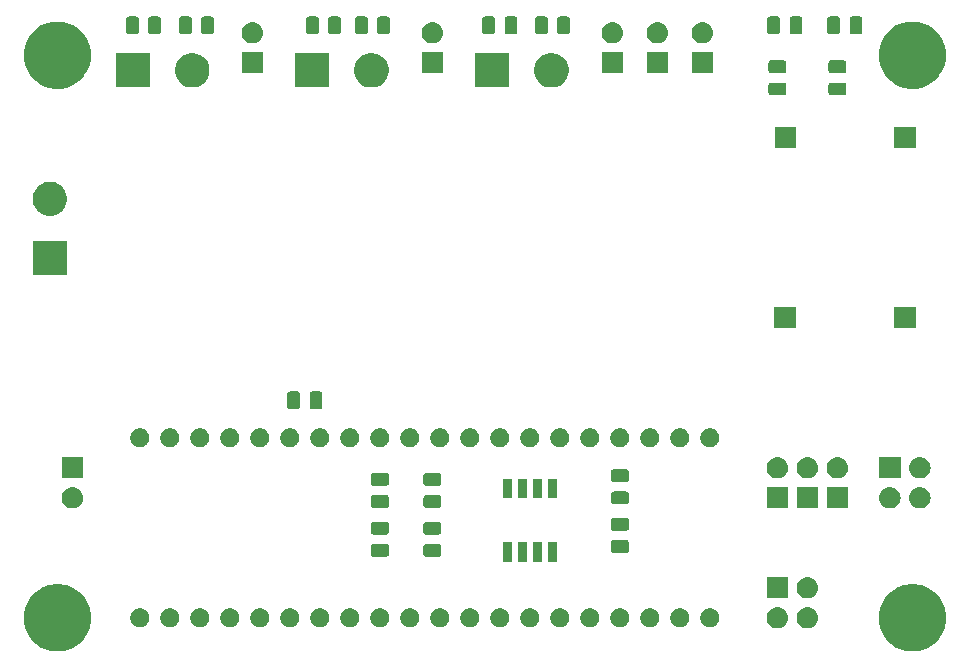
<source format=gbr>
G04 #@! TF.GenerationSoftware,KiCad,Pcbnew,(5.0.1-3-g963ef8bb5)*
G04 #@! TF.CreationDate,2019-10-11T12:22:28+03:00*
G04 #@! TF.ProjectId,thermocontrol,746865726D6F636F6E74726F6C2E6B69,rev?*
G04 #@! TF.SameCoordinates,Original*
G04 #@! TF.FileFunction,Soldermask,Bot*
G04 #@! TF.FilePolarity,Negative*
%FSLAX46Y46*%
G04 Gerber Fmt 4.6, Leading zero omitted, Abs format (unit mm)*
G04 Created by KiCad (PCBNEW (5.0.1-3-g963ef8bb5)) date 2019 October 11, Friday 12:22:28*
%MOMM*%
%LPD*%
G01*
G04 APERTURE LIST*
%ADD10C,0.100000*%
G04 APERTURE END LIST*
D10*
G36*
X235506202Y-72768781D02*
X235781606Y-72823562D01*
X236300455Y-73038476D01*
X236544624Y-73201625D01*
X236767410Y-73350486D01*
X237164514Y-73747590D01*
X237164516Y-73747593D01*
X237476524Y-74214545D01*
X237691438Y-74733394D01*
X237801000Y-75284201D01*
X237801000Y-75845799D01*
X237691438Y-76396606D01*
X237476524Y-76915455D01*
X237166620Y-77379259D01*
X237164514Y-77382410D01*
X236767410Y-77779514D01*
X236767407Y-77779516D01*
X236300455Y-78091524D01*
X235781606Y-78306438D01*
X235506202Y-78361219D01*
X235230800Y-78416000D01*
X234669200Y-78416000D01*
X234393798Y-78361219D01*
X234118394Y-78306438D01*
X233599545Y-78091524D01*
X233132593Y-77779516D01*
X233132590Y-77779514D01*
X232735486Y-77382410D01*
X232733380Y-77379259D01*
X232423476Y-76915455D01*
X232208562Y-76396606D01*
X232099000Y-75845799D01*
X232099000Y-75284201D01*
X232208562Y-74733394D01*
X232423476Y-74214545D01*
X232735484Y-73747593D01*
X232735486Y-73747590D01*
X233132590Y-73350486D01*
X233355376Y-73201625D01*
X233599545Y-73038476D01*
X234118394Y-72823562D01*
X234393798Y-72768781D01*
X234669200Y-72714000D01*
X235230800Y-72714000D01*
X235506202Y-72768781D01*
X235506202Y-72768781D01*
G37*
G36*
X163116202Y-72768781D02*
X163391606Y-72823562D01*
X163910455Y-73038476D01*
X164154624Y-73201625D01*
X164377410Y-73350486D01*
X164774514Y-73747590D01*
X164774516Y-73747593D01*
X165086524Y-74214545D01*
X165301438Y-74733394D01*
X165411000Y-75284201D01*
X165411000Y-75845799D01*
X165301438Y-76396606D01*
X165086524Y-76915455D01*
X164776620Y-77379259D01*
X164774514Y-77382410D01*
X164377410Y-77779514D01*
X164377407Y-77779516D01*
X163910455Y-78091524D01*
X163391606Y-78306438D01*
X163116202Y-78361219D01*
X162840800Y-78416000D01*
X162279200Y-78416000D01*
X162003798Y-78361219D01*
X161728394Y-78306438D01*
X161209545Y-78091524D01*
X160742593Y-77779516D01*
X160742590Y-77779514D01*
X160345486Y-77382410D01*
X160343380Y-77379259D01*
X160033476Y-76915455D01*
X159818562Y-76396606D01*
X159709000Y-75845799D01*
X159709000Y-75284201D01*
X159818562Y-74733394D01*
X160033476Y-74214545D01*
X160345484Y-73747593D01*
X160345486Y-73747590D01*
X160742590Y-73350486D01*
X160965376Y-73201625D01*
X161209545Y-73038476D01*
X161728394Y-72823562D01*
X162003798Y-72768781D01*
X162279200Y-72714000D01*
X162840800Y-72714000D01*
X163116202Y-72768781D01*
X163116202Y-72768781D01*
G37*
G36*
X226170442Y-74670518D02*
X226236627Y-74677037D01*
X226349853Y-74711384D01*
X226406467Y-74728557D01*
X226508774Y-74783242D01*
X226562991Y-74812222D01*
X226598729Y-74841552D01*
X226700186Y-74924814D01*
X226783448Y-75026271D01*
X226812778Y-75062009D01*
X226812779Y-75062011D01*
X226896443Y-75218533D01*
X226896443Y-75218534D01*
X226947963Y-75388373D01*
X226965359Y-75565000D01*
X226947963Y-75741627D01*
X226913616Y-75854853D01*
X226896443Y-75911467D01*
X226822348Y-76050087D01*
X226812778Y-76067991D01*
X226783448Y-76103729D01*
X226700186Y-76205186D01*
X226602358Y-76285470D01*
X226562991Y-76317778D01*
X226562989Y-76317779D01*
X226406467Y-76401443D01*
X226349853Y-76418616D01*
X226236627Y-76452963D01*
X226170443Y-76459481D01*
X226104260Y-76466000D01*
X226015740Y-76466000D01*
X225949557Y-76459481D01*
X225883373Y-76452963D01*
X225770147Y-76418616D01*
X225713533Y-76401443D01*
X225557011Y-76317779D01*
X225557009Y-76317778D01*
X225517642Y-76285470D01*
X225419814Y-76205186D01*
X225336552Y-76103729D01*
X225307222Y-76067991D01*
X225297652Y-76050087D01*
X225223557Y-75911467D01*
X225206384Y-75854853D01*
X225172037Y-75741627D01*
X225154641Y-75565000D01*
X225172037Y-75388373D01*
X225223557Y-75218534D01*
X225223557Y-75218533D01*
X225307221Y-75062011D01*
X225307222Y-75062009D01*
X225336552Y-75026271D01*
X225419814Y-74924814D01*
X225521271Y-74841552D01*
X225557009Y-74812222D01*
X225611226Y-74783242D01*
X225713533Y-74728557D01*
X225770147Y-74711384D01*
X225883373Y-74677037D01*
X225949558Y-74670518D01*
X226015740Y-74664000D01*
X226104260Y-74664000D01*
X226170442Y-74670518D01*
X226170442Y-74670518D01*
G37*
G36*
X223630442Y-74670518D02*
X223696627Y-74677037D01*
X223809853Y-74711384D01*
X223866467Y-74728557D01*
X223968774Y-74783242D01*
X224022991Y-74812222D01*
X224058729Y-74841552D01*
X224160186Y-74924814D01*
X224243448Y-75026271D01*
X224272778Y-75062009D01*
X224272779Y-75062011D01*
X224356443Y-75218533D01*
X224356443Y-75218534D01*
X224407963Y-75388373D01*
X224425359Y-75565000D01*
X224407963Y-75741627D01*
X224373616Y-75854853D01*
X224356443Y-75911467D01*
X224282348Y-76050087D01*
X224272778Y-76067991D01*
X224243448Y-76103729D01*
X224160186Y-76205186D01*
X224062358Y-76285470D01*
X224022991Y-76317778D01*
X224022989Y-76317779D01*
X223866467Y-76401443D01*
X223809853Y-76418616D01*
X223696627Y-76452963D01*
X223630443Y-76459481D01*
X223564260Y-76466000D01*
X223475740Y-76466000D01*
X223409557Y-76459481D01*
X223343373Y-76452963D01*
X223230147Y-76418616D01*
X223173533Y-76401443D01*
X223017011Y-76317779D01*
X223017009Y-76317778D01*
X222977642Y-76285470D01*
X222879814Y-76205186D01*
X222796552Y-76103729D01*
X222767222Y-76067991D01*
X222757652Y-76050087D01*
X222683557Y-75911467D01*
X222666384Y-75854853D01*
X222632037Y-75741627D01*
X222614641Y-75565000D01*
X222632037Y-75388373D01*
X222683557Y-75218534D01*
X222683557Y-75218533D01*
X222767221Y-75062011D01*
X222767222Y-75062009D01*
X222796552Y-75026271D01*
X222879814Y-74924814D01*
X222981271Y-74841552D01*
X223017009Y-74812222D01*
X223071226Y-74783242D01*
X223173533Y-74728557D01*
X223230147Y-74711384D01*
X223343373Y-74677037D01*
X223409558Y-74670518D01*
X223475740Y-74664000D01*
X223564260Y-74664000D01*
X223630442Y-74670518D01*
X223630442Y-74670518D01*
G37*
G36*
X207882142Y-74783242D02*
X208030102Y-74844530D01*
X208097130Y-74889317D01*
X208163257Y-74933501D01*
X208276499Y-75046743D01*
X208320683Y-75112870D01*
X208365470Y-75179898D01*
X208426758Y-75327858D01*
X208458000Y-75484925D01*
X208458000Y-75645075D01*
X208426758Y-75802142D01*
X208408674Y-75845799D01*
X208365471Y-75950100D01*
X208276499Y-76083257D01*
X208163257Y-76196499D01*
X208097130Y-76240683D01*
X208030102Y-76285470D01*
X207882142Y-76346758D01*
X207725075Y-76378000D01*
X207564925Y-76378000D01*
X207407858Y-76346758D01*
X207259898Y-76285470D01*
X207192870Y-76240683D01*
X207126743Y-76196499D01*
X207013501Y-76083257D01*
X206924529Y-75950100D01*
X206881326Y-75845799D01*
X206863242Y-75802142D01*
X206832000Y-75645075D01*
X206832000Y-75484925D01*
X206863242Y-75327858D01*
X206924530Y-75179898D01*
X206969317Y-75112870D01*
X207013501Y-75046743D01*
X207126743Y-74933501D01*
X207192870Y-74889317D01*
X207259898Y-74844530D01*
X207407858Y-74783242D01*
X207564925Y-74752000D01*
X207725075Y-74752000D01*
X207882142Y-74783242D01*
X207882142Y-74783242D01*
G37*
G36*
X205342142Y-74783242D02*
X205490102Y-74844530D01*
X205557130Y-74889317D01*
X205623257Y-74933501D01*
X205736499Y-75046743D01*
X205780683Y-75112870D01*
X205825470Y-75179898D01*
X205886758Y-75327858D01*
X205918000Y-75484925D01*
X205918000Y-75645075D01*
X205886758Y-75802142D01*
X205868674Y-75845799D01*
X205825471Y-75950100D01*
X205736499Y-76083257D01*
X205623257Y-76196499D01*
X205557130Y-76240683D01*
X205490102Y-76285470D01*
X205342142Y-76346758D01*
X205185075Y-76378000D01*
X205024925Y-76378000D01*
X204867858Y-76346758D01*
X204719898Y-76285470D01*
X204652870Y-76240683D01*
X204586743Y-76196499D01*
X204473501Y-76083257D01*
X204384529Y-75950100D01*
X204341326Y-75845799D01*
X204323242Y-75802142D01*
X204292000Y-75645075D01*
X204292000Y-75484925D01*
X204323242Y-75327858D01*
X204384530Y-75179898D01*
X204429317Y-75112870D01*
X204473501Y-75046743D01*
X204586743Y-74933501D01*
X204652870Y-74889317D01*
X204719898Y-74844530D01*
X204867858Y-74783242D01*
X205024925Y-74752000D01*
X205185075Y-74752000D01*
X205342142Y-74783242D01*
X205342142Y-74783242D01*
G37*
G36*
X202802142Y-74783242D02*
X202950102Y-74844530D01*
X203017130Y-74889317D01*
X203083257Y-74933501D01*
X203196499Y-75046743D01*
X203240683Y-75112870D01*
X203285470Y-75179898D01*
X203346758Y-75327858D01*
X203378000Y-75484925D01*
X203378000Y-75645075D01*
X203346758Y-75802142D01*
X203328674Y-75845799D01*
X203285471Y-75950100D01*
X203196499Y-76083257D01*
X203083257Y-76196499D01*
X203017130Y-76240683D01*
X202950102Y-76285470D01*
X202802142Y-76346758D01*
X202645075Y-76378000D01*
X202484925Y-76378000D01*
X202327858Y-76346758D01*
X202179898Y-76285470D01*
X202112870Y-76240683D01*
X202046743Y-76196499D01*
X201933501Y-76083257D01*
X201844529Y-75950100D01*
X201801326Y-75845799D01*
X201783242Y-75802142D01*
X201752000Y-75645075D01*
X201752000Y-75484925D01*
X201783242Y-75327858D01*
X201844530Y-75179898D01*
X201889317Y-75112870D01*
X201933501Y-75046743D01*
X202046743Y-74933501D01*
X202112870Y-74889317D01*
X202179898Y-74844530D01*
X202327858Y-74783242D01*
X202484925Y-74752000D01*
X202645075Y-74752000D01*
X202802142Y-74783242D01*
X202802142Y-74783242D01*
G37*
G36*
X200262142Y-74783242D02*
X200410102Y-74844530D01*
X200477130Y-74889317D01*
X200543257Y-74933501D01*
X200656499Y-75046743D01*
X200700683Y-75112870D01*
X200745470Y-75179898D01*
X200806758Y-75327858D01*
X200838000Y-75484925D01*
X200838000Y-75645075D01*
X200806758Y-75802142D01*
X200788674Y-75845799D01*
X200745471Y-75950100D01*
X200656499Y-76083257D01*
X200543257Y-76196499D01*
X200477130Y-76240683D01*
X200410102Y-76285470D01*
X200262142Y-76346758D01*
X200105075Y-76378000D01*
X199944925Y-76378000D01*
X199787858Y-76346758D01*
X199639898Y-76285470D01*
X199572870Y-76240683D01*
X199506743Y-76196499D01*
X199393501Y-76083257D01*
X199304529Y-75950100D01*
X199261326Y-75845799D01*
X199243242Y-75802142D01*
X199212000Y-75645075D01*
X199212000Y-75484925D01*
X199243242Y-75327858D01*
X199304530Y-75179898D01*
X199349317Y-75112870D01*
X199393501Y-75046743D01*
X199506743Y-74933501D01*
X199572870Y-74889317D01*
X199639898Y-74844530D01*
X199787858Y-74783242D01*
X199944925Y-74752000D01*
X200105075Y-74752000D01*
X200262142Y-74783242D01*
X200262142Y-74783242D01*
G37*
G36*
X197722142Y-74783242D02*
X197870102Y-74844530D01*
X197937130Y-74889317D01*
X198003257Y-74933501D01*
X198116499Y-75046743D01*
X198160683Y-75112870D01*
X198205470Y-75179898D01*
X198266758Y-75327858D01*
X198298000Y-75484925D01*
X198298000Y-75645075D01*
X198266758Y-75802142D01*
X198248674Y-75845799D01*
X198205471Y-75950100D01*
X198116499Y-76083257D01*
X198003257Y-76196499D01*
X197937130Y-76240683D01*
X197870102Y-76285470D01*
X197722142Y-76346758D01*
X197565075Y-76378000D01*
X197404925Y-76378000D01*
X197247858Y-76346758D01*
X197099898Y-76285470D01*
X197032870Y-76240683D01*
X196966743Y-76196499D01*
X196853501Y-76083257D01*
X196764529Y-75950100D01*
X196721326Y-75845799D01*
X196703242Y-75802142D01*
X196672000Y-75645075D01*
X196672000Y-75484925D01*
X196703242Y-75327858D01*
X196764530Y-75179898D01*
X196809317Y-75112870D01*
X196853501Y-75046743D01*
X196966743Y-74933501D01*
X197032870Y-74889317D01*
X197099898Y-74844530D01*
X197247858Y-74783242D01*
X197404925Y-74752000D01*
X197565075Y-74752000D01*
X197722142Y-74783242D01*
X197722142Y-74783242D01*
G37*
G36*
X195182142Y-74783242D02*
X195330102Y-74844530D01*
X195397130Y-74889317D01*
X195463257Y-74933501D01*
X195576499Y-75046743D01*
X195620683Y-75112870D01*
X195665470Y-75179898D01*
X195726758Y-75327858D01*
X195758000Y-75484925D01*
X195758000Y-75645075D01*
X195726758Y-75802142D01*
X195708674Y-75845799D01*
X195665471Y-75950100D01*
X195576499Y-76083257D01*
X195463257Y-76196499D01*
X195397130Y-76240683D01*
X195330102Y-76285470D01*
X195182142Y-76346758D01*
X195025075Y-76378000D01*
X194864925Y-76378000D01*
X194707858Y-76346758D01*
X194559898Y-76285470D01*
X194492870Y-76240683D01*
X194426743Y-76196499D01*
X194313501Y-76083257D01*
X194224529Y-75950100D01*
X194181326Y-75845799D01*
X194163242Y-75802142D01*
X194132000Y-75645075D01*
X194132000Y-75484925D01*
X194163242Y-75327858D01*
X194224530Y-75179898D01*
X194269317Y-75112870D01*
X194313501Y-75046743D01*
X194426743Y-74933501D01*
X194492870Y-74889317D01*
X194559898Y-74844530D01*
X194707858Y-74783242D01*
X194864925Y-74752000D01*
X195025075Y-74752000D01*
X195182142Y-74783242D01*
X195182142Y-74783242D01*
G37*
G36*
X192642142Y-74783242D02*
X192790102Y-74844530D01*
X192857130Y-74889317D01*
X192923257Y-74933501D01*
X193036499Y-75046743D01*
X193080683Y-75112870D01*
X193125470Y-75179898D01*
X193186758Y-75327858D01*
X193218000Y-75484925D01*
X193218000Y-75645075D01*
X193186758Y-75802142D01*
X193168674Y-75845799D01*
X193125471Y-75950100D01*
X193036499Y-76083257D01*
X192923257Y-76196499D01*
X192857130Y-76240683D01*
X192790102Y-76285470D01*
X192642142Y-76346758D01*
X192485075Y-76378000D01*
X192324925Y-76378000D01*
X192167858Y-76346758D01*
X192019898Y-76285470D01*
X191952870Y-76240683D01*
X191886743Y-76196499D01*
X191773501Y-76083257D01*
X191684529Y-75950100D01*
X191641326Y-75845799D01*
X191623242Y-75802142D01*
X191592000Y-75645075D01*
X191592000Y-75484925D01*
X191623242Y-75327858D01*
X191684530Y-75179898D01*
X191729317Y-75112870D01*
X191773501Y-75046743D01*
X191886743Y-74933501D01*
X191952870Y-74889317D01*
X192019898Y-74844530D01*
X192167858Y-74783242D01*
X192324925Y-74752000D01*
X192485075Y-74752000D01*
X192642142Y-74783242D01*
X192642142Y-74783242D01*
G37*
G36*
X190102142Y-74783242D02*
X190250102Y-74844530D01*
X190317130Y-74889317D01*
X190383257Y-74933501D01*
X190496499Y-75046743D01*
X190540683Y-75112870D01*
X190585470Y-75179898D01*
X190646758Y-75327858D01*
X190678000Y-75484925D01*
X190678000Y-75645075D01*
X190646758Y-75802142D01*
X190628674Y-75845799D01*
X190585471Y-75950100D01*
X190496499Y-76083257D01*
X190383257Y-76196499D01*
X190317130Y-76240683D01*
X190250102Y-76285470D01*
X190102142Y-76346758D01*
X189945075Y-76378000D01*
X189784925Y-76378000D01*
X189627858Y-76346758D01*
X189479898Y-76285470D01*
X189412870Y-76240683D01*
X189346743Y-76196499D01*
X189233501Y-76083257D01*
X189144529Y-75950100D01*
X189101326Y-75845799D01*
X189083242Y-75802142D01*
X189052000Y-75645075D01*
X189052000Y-75484925D01*
X189083242Y-75327858D01*
X189144530Y-75179898D01*
X189189317Y-75112870D01*
X189233501Y-75046743D01*
X189346743Y-74933501D01*
X189412870Y-74889317D01*
X189479898Y-74844530D01*
X189627858Y-74783242D01*
X189784925Y-74752000D01*
X189945075Y-74752000D01*
X190102142Y-74783242D01*
X190102142Y-74783242D01*
G37*
G36*
X187562142Y-74783242D02*
X187710102Y-74844530D01*
X187777130Y-74889317D01*
X187843257Y-74933501D01*
X187956499Y-75046743D01*
X188000683Y-75112870D01*
X188045470Y-75179898D01*
X188106758Y-75327858D01*
X188138000Y-75484925D01*
X188138000Y-75645075D01*
X188106758Y-75802142D01*
X188088674Y-75845799D01*
X188045471Y-75950100D01*
X187956499Y-76083257D01*
X187843257Y-76196499D01*
X187777130Y-76240683D01*
X187710102Y-76285470D01*
X187562142Y-76346758D01*
X187405075Y-76378000D01*
X187244925Y-76378000D01*
X187087858Y-76346758D01*
X186939898Y-76285470D01*
X186872870Y-76240683D01*
X186806743Y-76196499D01*
X186693501Y-76083257D01*
X186604529Y-75950100D01*
X186561326Y-75845799D01*
X186543242Y-75802142D01*
X186512000Y-75645075D01*
X186512000Y-75484925D01*
X186543242Y-75327858D01*
X186604530Y-75179898D01*
X186649317Y-75112870D01*
X186693501Y-75046743D01*
X186806743Y-74933501D01*
X186872870Y-74889317D01*
X186939898Y-74844530D01*
X187087858Y-74783242D01*
X187244925Y-74752000D01*
X187405075Y-74752000D01*
X187562142Y-74783242D01*
X187562142Y-74783242D01*
G37*
G36*
X185022142Y-74783242D02*
X185170102Y-74844530D01*
X185237130Y-74889317D01*
X185303257Y-74933501D01*
X185416499Y-75046743D01*
X185460683Y-75112870D01*
X185505470Y-75179898D01*
X185566758Y-75327858D01*
X185598000Y-75484925D01*
X185598000Y-75645075D01*
X185566758Y-75802142D01*
X185548674Y-75845799D01*
X185505471Y-75950100D01*
X185416499Y-76083257D01*
X185303257Y-76196499D01*
X185237130Y-76240683D01*
X185170102Y-76285470D01*
X185022142Y-76346758D01*
X184865075Y-76378000D01*
X184704925Y-76378000D01*
X184547858Y-76346758D01*
X184399898Y-76285470D01*
X184332870Y-76240683D01*
X184266743Y-76196499D01*
X184153501Y-76083257D01*
X184064529Y-75950100D01*
X184021326Y-75845799D01*
X184003242Y-75802142D01*
X183972000Y-75645075D01*
X183972000Y-75484925D01*
X184003242Y-75327858D01*
X184064530Y-75179898D01*
X184109317Y-75112870D01*
X184153501Y-75046743D01*
X184266743Y-74933501D01*
X184332870Y-74889317D01*
X184399898Y-74844530D01*
X184547858Y-74783242D01*
X184704925Y-74752000D01*
X184865075Y-74752000D01*
X185022142Y-74783242D01*
X185022142Y-74783242D01*
G37*
G36*
X182482142Y-74783242D02*
X182630102Y-74844530D01*
X182697130Y-74889317D01*
X182763257Y-74933501D01*
X182876499Y-75046743D01*
X182920683Y-75112870D01*
X182965470Y-75179898D01*
X183026758Y-75327858D01*
X183058000Y-75484925D01*
X183058000Y-75645075D01*
X183026758Y-75802142D01*
X183008674Y-75845799D01*
X182965471Y-75950100D01*
X182876499Y-76083257D01*
X182763257Y-76196499D01*
X182697130Y-76240683D01*
X182630102Y-76285470D01*
X182482142Y-76346758D01*
X182325075Y-76378000D01*
X182164925Y-76378000D01*
X182007858Y-76346758D01*
X181859898Y-76285470D01*
X181792870Y-76240683D01*
X181726743Y-76196499D01*
X181613501Y-76083257D01*
X181524529Y-75950100D01*
X181481326Y-75845799D01*
X181463242Y-75802142D01*
X181432000Y-75645075D01*
X181432000Y-75484925D01*
X181463242Y-75327858D01*
X181524530Y-75179898D01*
X181569317Y-75112870D01*
X181613501Y-75046743D01*
X181726743Y-74933501D01*
X181792870Y-74889317D01*
X181859898Y-74844530D01*
X182007858Y-74783242D01*
X182164925Y-74752000D01*
X182325075Y-74752000D01*
X182482142Y-74783242D01*
X182482142Y-74783242D01*
G37*
G36*
X179942142Y-74783242D02*
X180090102Y-74844530D01*
X180157130Y-74889317D01*
X180223257Y-74933501D01*
X180336499Y-75046743D01*
X180380683Y-75112870D01*
X180425470Y-75179898D01*
X180486758Y-75327858D01*
X180518000Y-75484925D01*
X180518000Y-75645075D01*
X180486758Y-75802142D01*
X180468674Y-75845799D01*
X180425471Y-75950100D01*
X180336499Y-76083257D01*
X180223257Y-76196499D01*
X180157130Y-76240683D01*
X180090102Y-76285470D01*
X179942142Y-76346758D01*
X179785075Y-76378000D01*
X179624925Y-76378000D01*
X179467858Y-76346758D01*
X179319898Y-76285470D01*
X179252870Y-76240683D01*
X179186743Y-76196499D01*
X179073501Y-76083257D01*
X178984529Y-75950100D01*
X178941326Y-75845799D01*
X178923242Y-75802142D01*
X178892000Y-75645075D01*
X178892000Y-75484925D01*
X178923242Y-75327858D01*
X178984530Y-75179898D01*
X179029317Y-75112870D01*
X179073501Y-75046743D01*
X179186743Y-74933501D01*
X179252870Y-74889317D01*
X179319898Y-74844530D01*
X179467858Y-74783242D01*
X179624925Y-74752000D01*
X179785075Y-74752000D01*
X179942142Y-74783242D01*
X179942142Y-74783242D01*
G37*
G36*
X177402142Y-74783242D02*
X177550102Y-74844530D01*
X177617130Y-74889317D01*
X177683257Y-74933501D01*
X177796499Y-75046743D01*
X177840683Y-75112870D01*
X177885470Y-75179898D01*
X177946758Y-75327858D01*
X177978000Y-75484925D01*
X177978000Y-75645075D01*
X177946758Y-75802142D01*
X177928674Y-75845799D01*
X177885471Y-75950100D01*
X177796499Y-76083257D01*
X177683257Y-76196499D01*
X177617130Y-76240683D01*
X177550102Y-76285470D01*
X177402142Y-76346758D01*
X177245075Y-76378000D01*
X177084925Y-76378000D01*
X176927858Y-76346758D01*
X176779898Y-76285470D01*
X176712870Y-76240683D01*
X176646743Y-76196499D01*
X176533501Y-76083257D01*
X176444529Y-75950100D01*
X176401326Y-75845799D01*
X176383242Y-75802142D01*
X176352000Y-75645075D01*
X176352000Y-75484925D01*
X176383242Y-75327858D01*
X176444530Y-75179898D01*
X176489317Y-75112870D01*
X176533501Y-75046743D01*
X176646743Y-74933501D01*
X176712870Y-74889317D01*
X176779898Y-74844530D01*
X176927858Y-74783242D01*
X177084925Y-74752000D01*
X177245075Y-74752000D01*
X177402142Y-74783242D01*
X177402142Y-74783242D01*
G37*
G36*
X174862142Y-74783242D02*
X175010102Y-74844530D01*
X175077130Y-74889317D01*
X175143257Y-74933501D01*
X175256499Y-75046743D01*
X175300683Y-75112870D01*
X175345470Y-75179898D01*
X175406758Y-75327858D01*
X175438000Y-75484925D01*
X175438000Y-75645075D01*
X175406758Y-75802142D01*
X175388674Y-75845799D01*
X175345471Y-75950100D01*
X175256499Y-76083257D01*
X175143257Y-76196499D01*
X175077130Y-76240683D01*
X175010102Y-76285470D01*
X174862142Y-76346758D01*
X174705075Y-76378000D01*
X174544925Y-76378000D01*
X174387858Y-76346758D01*
X174239898Y-76285470D01*
X174172870Y-76240683D01*
X174106743Y-76196499D01*
X173993501Y-76083257D01*
X173904529Y-75950100D01*
X173861326Y-75845799D01*
X173843242Y-75802142D01*
X173812000Y-75645075D01*
X173812000Y-75484925D01*
X173843242Y-75327858D01*
X173904530Y-75179898D01*
X173949317Y-75112870D01*
X173993501Y-75046743D01*
X174106743Y-74933501D01*
X174172870Y-74889317D01*
X174239898Y-74844530D01*
X174387858Y-74783242D01*
X174544925Y-74752000D01*
X174705075Y-74752000D01*
X174862142Y-74783242D01*
X174862142Y-74783242D01*
G37*
G36*
X172322142Y-74783242D02*
X172470102Y-74844530D01*
X172537130Y-74889317D01*
X172603257Y-74933501D01*
X172716499Y-75046743D01*
X172760683Y-75112870D01*
X172805470Y-75179898D01*
X172866758Y-75327858D01*
X172898000Y-75484925D01*
X172898000Y-75645075D01*
X172866758Y-75802142D01*
X172848674Y-75845799D01*
X172805471Y-75950100D01*
X172716499Y-76083257D01*
X172603257Y-76196499D01*
X172537130Y-76240683D01*
X172470102Y-76285470D01*
X172322142Y-76346758D01*
X172165075Y-76378000D01*
X172004925Y-76378000D01*
X171847858Y-76346758D01*
X171699898Y-76285470D01*
X171632870Y-76240683D01*
X171566743Y-76196499D01*
X171453501Y-76083257D01*
X171364529Y-75950100D01*
X171321326Y-75845799D01*
X171303242Y-75802142D01*
X171272000Y-75645075D01*
X171272000Y-75484925D01*
X171303242Y-75327858D01*
X171364530Y-75179898D01*
X171409317Y-75112870D01*
X171453501Y-75046743D01*
X171566743Y-74933501D01*
X171632870Y-74889317D01*
X171699898Y-74844530D01*
X171847858Y-74783242D01*
X172004925Y-74752000D01*
X172165075Y-74752000D01*
X172322142Y-74783242D01*
X172322142Y-74783242D01*
G37*
G36*
X169782142Y-74783242D02*
X169930102Y-74844530D01*
X169997130Y-74889317D01*
X170063257Y-74933501D01*
X170176499Y-75046743D01*
X170220683Y-75112870D01*
X170265470Y-75179898D01*
X170326758Y-75327858D01*
X170358000Y-75484925D01*
X170358000Y-75645075D01*
X170326758Y-75802142D01*
X170308674Y-75845799D01*
X170265471Y-75950100D01*
X170176499Y-76083257D01*
X170063257Y-76196499D01*
X169997130Y-76240683D01*
X169930102Y-76285470D01*
X169782142Y-76346758D01*
X169625075Y-76378000D01*
X169464925Y-76378000D01*
X169307858Y-76346758D01*
X169159898Y-76285470D01*
X169092870Y-76240683D01*
X169026743Y-76196499D01*
X168913501Y-76083257D01*
X168824529Y-75950100D01*
X168781326Y-75845799D01*
X168763242Y-75802142D01*
X168732000Y-75645075D01*
X168732000Y-75484925D01*
X168763242Y-75327858D01*
X168824530Y-75179898D01*
X168869317Y-75112870D01*
X168913501Y-75046743D01*
X169026743Y-74933501D01*
X169092870Y-74889317D01*
X169159898Y-74844530D01*
X169307858Y-74783242D01*
X169464925Y-74752000D01*
X169625075Y-74752000D01*
X169782142Y-74783242D01*
X169782142Y-74783242D01*
G37*
G36*
X218042142Y-74783242D02*
X218190102Y-74844530D01*
X218257130Y-74889317D01*
X218323257Y-74933501D01*
X218436499Y-75046743D01*
X218480683Y-75112870D01*
X218525470Y-75179898D01*
X218586758Y-75327858D01*
X218618000Y-75484925D01*
X218618000Y-75645075D01*
X218586758Y-75802142D01*
X218568674Y-75845799D01*
X218525471Y-75950100D01*
X218436499Y-76083257D01*
X218323257Y-76196499D01*
X218257130Y-76240683D01*
X218190102Y-76285470D01*
X218042142Y-76346758D01*
X217885075Y-76378000D01*
X217724925Y-76378000D01*
X217567858Y-76346758D01*
X217419898Y-76285470D01*
X217352870Y-76240683D01*
X217286743Y-76196499D01*
X217173501Y-76083257D01*
X217084529Y-75950100D01*
X217041326Y-75845799D01*
X217023242Y-75802142D01*
X216992000Y-75645075D01*
X216992000Y-75484925D01*
X217023242Y-75327858D01*
X217084530Y-75179898D01*
X217129317Y-75112870D01*
X217173501Y-75046743D01*
X217286743Y-74933501D01*
X217352870Y-74889317D01*
X217419898Y-74844530D01*
X217567858Y-74783242D01*
X217724925Y-74752000D01*
X217885075Y-74752000D01*
X218042142Y-74783242D01*
X218042142Y-74783242D01*
G37*
G36*
X215502142Y-74783242D02*
X215650102Y-74844530D01*
X215717130Y-74889317D01*
X215783257Y-74933501D01*
X215896499Y-75046743D01*
X215940683Y-75112870D01*
X215985470Y-75179898D01*
X216046758Y-75327858D01*
X216078000Y-75484925D01*
X216078000Y-75645075D01*
X216046758Y-75802142D01*
X216028674Y-75845799D01*
X215985471Y-75950100D01*
X215896499Y-76083257D01*
X215783257Y-76196499D01*
X215717130Y-76240683D01*
X215650102Y-76285470D01*
X215502142Y-76346758D01*
X215345075Y-76378000D01*
X215184925Y-76378000D01*
X215027858Y-76346758D01*
X214879898Y-76285470D01*
X214812870Y-76240683D01*
X214746743Y-76196499D01*
X214633501Y-76083257D01*
X214544529Y-75950100D01*
X214501326Y-75845799D01*
X214483242Y-75802142D01*
X214452000Y-75645075D01*
X214452000Y-75484925D01*
X214483242Y-75327858D01*
X214544530Y-75179898D01*
X214589317Y-75112870D01*
X214633501Y-75046743D01*
X214746743Y-74933501D01*
X214812870Y-74889317D01*
X214879898Y-74844530D01*
X215027858Y-74783242D01*
X215184925Y-74752000D01*
X215345075Y-74752000D01*
X215502142Y-74783242D01*
X215502142Y-74783242D01*
G37*
G36*
X212962142Y-74783242D02*
X213110102Y-74844530D01*
X213177130Y-74889317D01*
X213243257Y-74933501D01*
X213356499Y-75046743D01*
X213400683Y-75112870D01*
X213445470Y-75179898D01*
X213506758Y-75327858D01*
X213538000Y-75484925D01*
X213538000Y-75645075D01*
X213506758Y-75802142D01*
X213488674Y-75845799D01*
X213445471Y-75950100D01*
X213356499Y-76083257D01*
X213243257Y-76196499D01*
X213177130Y-76240683D01*
X213110102Y-76285470D01*
X212962142Y-76346758D01*
X212805075Y-76378000D01*
X212644925Y-76378000D01*
X212487858Y-76346758D01*
X212339898Y-76285470D01*
X212272870Y-76240683D01*
X212206743Y-76196499D01*
X212093501Y-76083257D01*
X212004529Y-75950100D01*
X211961326Y-75845799D01*
X211943242Y-75802142D01*
X211912000Y-75645075D01*
X211912000Y-75484925D01*
X211943242Y-75327858D01*
X212004530Y-75179898D01*
X212049317Y-75112870D01*
X212093501Y-75046743D01*
X212206743Y-74933501D01*
X212272870Y-74889317D01*
X212339898Y-74844530D01*
X212487858Y-74783242D01*
X212644925Y-74752000D01*
X212805075Y-74752000D01*
X212962142Y-74783242D01*
X212962142Y-74783242D01*
G37*
G36*
X210422142Y-74783242D02*
X210570102Y-74844530D01*
X210637130Y-74889317D01*
X210703257Y-74933501D01*
X210816499Y-75046743D01*
X210860683Y-75112870D01*
X210905470Y-75179898D01*
X210966758Y-75327858D01*
X210998000Y-75484925D01*
X210998000Y-75645075D01*
X210966758Y-75802142D01*
X210948674Y-75845799D01*
X210905471Y-75950100D01*
X210816499Y-76083257D01*
X210703257Y-76196499D01*
X210637130Y-76240683D01*
X210570102Y-76285470D01*
X210422142Y-76346758D01*
X210265075Y-76378000D01*
X210104925Y-76378000D01*
X209947858Y-76346758D01*
X209799898Y-76285470D01*
X209732870Y-76240683D01*
X209666743Y-76196499D01*
X209553501Y-76083257D01*
X209464529Y-75950100D01*
X209421326Y-75845799D01*
X209403242Y-75802142D01*
X209372000Y-75645075D01*
X209372000Y-75484925D01*
X209403242Y-75327858D01*
X209464530Y-75179898D01*
X209509317Y-75112870D01*
X209553501Y-75046743D01*
X209666743Y-74933501D01*
X209732870Y-74889317D01*
X209799898Y-74844530D01*
X209947858Y-74783242D01*
X210104925Y-74752000D01*
X210265075Y-74752000D01*
X210422142Y-74783242D01*
X210422142Y-74783242D01*
G37*
G36*
X224421000Y-73926000D02*
X222619000Y-73926000D01*
X222619000Y-72124000D01*
X224421000Y-72124000D01*
X224421000Y-73926000D01*
X224421000Y-73926000D01*
G37*
G36*
X226170443Y-72130519D02*
X226236627Y-72137037D01*
X226349853Y-72171384D01*
X226406467Y-72188557D01*
X226545087Y-72262652D01*
X226562991Y-72272222D01*
X226598729Y-72301552D01*
X226700186Y-72384814D01*
X226783448Y-72486271D01*
X226812778Y-72522009D01*
X226812779Y-72522011D01*
X226896443Y-72678533D01*
X226913616Y-72735147D01*
X226947963Y-72848373D01*
X226965359Y-73025000D01*
X226947963Y-73201627D01*
X226913616Y-73314853D01*
X226896443Y-73371467D01*
X226822348Y-73510087D01*
X226812778Y-73527991D01*
X226783448Y-73563729D01*
X226700186Y-73665186D01*
X226599775Y-73747590D01*
X226562991Y-73777778D01*
X226562989Y-73777779D01*
X226406467Y-73861443D01*
X226349853Y-73878616D01*
X226236627Y-73912963D01*
X226170443Y-73919481D01*
X226104260Y-73926000D01*
X226015740Y-73926000D01*
X225949557Y-73919481D01*
X225883373Y-73912963D01*
X225770147Y-73878616D01*
X225713533Y-73861443D01*
X225557011Y-73777779D01*
X225557009Y-73777778D01*
X225520225Y-73747590D01*
X225419814Y-73665186D01*
X225336552Y-73563729D01*
X225307222Y-73527991D01*
X225297652Y-73510087D01*
X225223557Y-73371467D01*
X225206384Y-73314853D01*
X225172037Y-73201627D01*
X225154641Y-73025000D01*
X225172037Y-72848373D01*
X225206384Y-72735147D01*
X225223557Y-72678533D01*
X225307221Y-72522011D01*
X225307222Y-72522009D01*
X225336552Y-72486271D01*
X225419814Y-72384814D01*
X225521271Y-72301552D01*
X225557009Y-72272222D01*
X225574913Y-72262652D01*
X225713533Y-72188557D01*
X225770147Y-72171384D01*
X225883373Y-72137037D01*
X225949557Y-72130519D01*
X226015740Y-72124000D01*
X226104260Y-72124000D01*
X226170443Y-72130519D01*
X226170443Y-72130519D01*
G37*
G36*
X201011000Y-70836000D02*
X200309000Y-70836000D01*
X200309000Y-69184000D01*
X201011000Y-69184000D01*
X201011000Y-70836000D01*
X201011000Y-70836000D01*
G37*
G36*
X202281000Y-70836000D02*
X201579000Y-70836000D01*
X201579000Y-69184000D01*
X202281000Y-69184000D01*
X202281000Y-70836000D01*
X202281000Y-70836000D01*
G37*
G36*
X203551000Y-70836000D02*
X202849000Y-70836000D01*
X202849000Y-69184000D01*
X203551000Y-69184000D01*
X203551000Y-70836000D01*
X203551000Y-70836000D01*
G37*
G36*
X204821000Y-70836000D02*
X204119000Y-70836000D01*
X204119000Y-69184000D01*
X204821000Y-69184000D01*
X204821000Y-70836000D01*
X204821000Y-70836000D01*
G37*
G36*
X190449466Y-69316065D02*
X190488137Y-69327796D01*
X190523779Y-69346848D01*
X190555017Y-69372483D01*
X190580652Y-69403721D01*
X190599704Y-69439363D01*
X190611435Y-69478034D01*
X190616000Y-69524388D01*
X190616000Y-70175612D01*
X190611435Y-70221966D01*
X190599704Y-70260637D01*
X190580652Y-70296279D01*
X190555017Y-70327517D01*
X190523779Y-70353152D01*
X190488137Y-70372204D01*
X190449466Y-70383935D01*
X190403112Y-70388500D01*
X189326888Y-70388500D01*
X189280534Y-70383935D01*
X189241863Y-70372204D01*
X189206221Y-70353152D01*
X189174983Y-70327517D01*
X189149348Y-70296279D01*
X189130296Y-70260637D01*
X189118565Y-70221966D01*
X189114000Y-70175612D01*
X189114000Y-69524388D01*
X189118565Y-69478034D01*
X189130296Y-69439363D01*
X189149348Y-69403721D01*
X189174983Y-69372483D01*
X189206221Y-69346848D01*
X189241863Y-69327796D01*
X189280534Y-69316065D01*
X189326888Y-69311500D01*
X190403112Y-69311500D01*
X190449466Y-69316065D01*
X190449466Y-69316065D01*
G37*
G36*
X194894466Y-69316065D02*
X194933137Y-69327796D01*
X194968779Y-69346848D01*
X195000017Y-69372483D01*
X195025652Y-69403721D01*
X195044704Y-69439363D01*
X195056435Y-69478034D01*
X195061000Y-69524388D01*
X195061000Y-70175612D01*
X195056435Y-70221966D01*
X195044704Y-70260637D01*
X195025652Y-70296279D01*
X195000017Y-70327517D01*
X194968779Y-70353152D01*
X194933137Y-70372204D01*
X194894466Y-70383935D01*
X194848112Y-70388500D01*
X193771888Y-70388500D01*
X193725534Y-70383935D01*
X193686863Y-70372204D01*
X193651221Y-70353152D01*
X193619983Y-70327517D01*
X193594348Y-70296279D01*
X193575296Y-70260637D01*
X193563565Y-70221966D01*
X193559000Y-70175612D01*
X193559000Y-69524388D01*
X193563565Y-69478034D01*
X193575296Y-69439363D01*
X193594348Y-69403721D01*
X193619983Y-69372483D01*
X193651221Y-69346848D01*
X193686863Y-69327796D01*
X193725534Y-69316065D01*
X193771888Y-69311500D01*
X194848112Y-69311500D01*
X194894466Y-69316065D01*
X194894466Y-69316065D01*
G37*
G36*
X210769466Y-68983565D02*
X210808137Y-68995296D01*
X210843779Y-69014348D01*
X210875017Y-69039983D01*
X210900652Y-69071221D01*
X210919704Y-69106863D01*
X210931435Y-69145534D01*
X210936000Y-69191888D01*
X210936000Y-69843112D01*
X210931435Y-69889466D01*
X210919704Y-69928137D01*
X210900652Y-69963779D01*
X210875017Y-69995017D01*
X210843779Y-70020652D01*
X210808137Y-70039704D01*
X210769466Y-70051435D01*
X210723112Y-70056000D01*
X209646888Y-70056000D01*
X209600534Y-70051435D01*
X209561863Y-70039704D01*
X209526221Y-70020652D01*
X209494983Y-69995017D01*
X209469348Y-69963779D01*
X209450296Y-69928137D01*
X209438565Y-69889466D01*
X209434000Y-69843112D01*
X209434000Y-69191888D01*
X209438565Y-69145534D01*
X209450296Y-69106863D01*
X209469348Y-69071221D01*
X209494983Y-69039983D01*
X209526221Y-69014348D01*
X209561863Y-68995296D01*
X209600534Y-68983565D01*
X209646888Y-68979000D01*
X210723112Y-68979000D01*
X210769466Y-68983565D01*
X210769466Y-68983565D01*
G37*
G36*
X190449466Y-67441065D02*
X190488137Y-67452796D01*
X190523779Y-67471848D01*
X190555017Y-67497483D01*
X190580652Y-67528721D01*
X190599704Y-67564363D01*
X190611435Y-67603034D01*
X190616000Y-67649388D01*
X190616000Y-68300612D01*
X190611435Y-68346966D01*
X190599704Y-68385637D01*
X190580652Y-68421279D01*
X190555017Y-68452517D01*
X190523779Y-68478152D01*
X190488137Y-68497204D01*
X190449466Y-68508935D01*
X190403112Y-68513500D01*
X189326888Y-68513500D01*
X189280534Y-68508935D01*
X189241863Y-68497204D01*
X189206221Y-68478152D01*
X189174983Y-68452517D01*
X189149348Y-68421279D01*
X189130296Y-68385637D01*
X189118565Y-68346966D01*
X189114000Y-68300612D01*
X189114000Y-67649388D01*
X189118565Y-67603034D01*
X189130296Y-67564363D01*
X189149348Y-67528721D01*
X189174983Y-67497483D01*
X189206221Y-67471848D01*
X189241863Y-67452796D01*
X189280534Y-67441065D01*
X189326888Y-67436500D01*
X190403112Y-67436500D01*
X190449466Y-67441065D01*
X190449466Y-67441065D01*
G37*
G36*
X194894466Y-67441065D02*
X194933137Y-67452796D01*
X194968779Y-67471848D01*
X195000017Y-67497483D01*
X195025652Y-67528721D01*
X195044704Y-67564363D01*
X195056435Y-67603034D01*
X195061000Y-67649388D01*
X195061000Y-68300612D01*
X195056435Y-68346966D01*
X195044704Y-68385637D01*
X195025652Y-68421279D01*
X195000017Y-68452517D01*
X194968779Y-68478152D01*
X194933137Y-68497204D01*
X194894466Y-68508935D01*
X194848112Y-68513500D01*
X193771888Y-68513500D01*
X193725534Y-68508935D01*
X193686863Y-68497204D01*
X193651221Y-68478152D01*
X193619983Y-68452517D01*
X193594348Y-68421279D01*
X193575296Y-68385637D01*
X193563565Y-68346966D01*
X193559000Y-68300612D01*
X193559000Y-67649388D01*
X193563565Y-67603034D01*
X193575296Y-67564363D01*
X193594348Y-67528721D01*
X193619983Y-67497483D01*
X193651221Y-67471848D01*
X193686863Y-67452796D01*
X193725534Y-67441065D01*
X193771888Y-67436500D01*
X194848112Y-67436500D01*
X194894466Y-67441065D01*
X194894466Y-67441065D01*
G37*
G36*
X210769466Y-67108565D02*
X210808137Y-67120296D01*
X210843779Y-67139348D01*
X210875017Y-67164983D01*
X210900652Y-67196221D01*
X210919704Y-67231863D01*
X210931435Y-67270534D01*
X210936000Y-67316888D01*
X210936000Y-67968112D01*
X210931435Y-68014466D01*
X210919704Y-68053137D01*
X210900652Y-68088779D01*
X210875017Y-68120017D01*
X210843779Y-68145652D01*
X210808137Y-68164704D01*
X210769466Y-68176435D01*
X210723112Y-68181000D01*
X209646888Y-68181000D01*
X209600534Y-68176435D01*
X209561863Y-68164704D01*
X209526221Y-68145652D01*
X209494983Y-68120017D01*
X209469348Y-68088779D01*
X209450296Y-68053137D01*
X209438565Y-68014466D01*
X209434000Y-67968112D01*
X209434000Y-67316888D01*
X209438565Y-67270534D01*
X209450296Y-67231863D01*
X209469348Y-67196221D01*
X209494983Y-67164983D01*
X209526221Y-67139348D01*
X209561863Y-67120296D01*
X209600534Y-67108565D01*
X209646888Y-67104000D01*
X210723112Y-67104000D01*
X210769466Y-67108565D01*
X210769466Y-67108565D01*
G37*
G36*
X224421000Y-66306000D02*
X222619000Y-66306000D01*
X222619000Y-64504000D01*
X224421000Y-64504000D01*
X224421000Y-66306000D01*
X224421000Y-66306000D01*
G37*
G36*
X226961000Y-66306000D02*
X225159000Y-66306000D01*
X225159000Y-64504000D01*
X226961000Y-64504000D01*
X226961000Y-66306000D01*
X226961000Y-66306000D01*
G37*
G36*
X229501000Y-66306000D02*
X227699000Y-66306000D01*
X227699000Y-64504000D01*
X229501000Y-64504000D01*
X229501000Y-66306000D01*
X229501000Y-66306000D01*
G37*
G36*
X235695442Y-64510518D02*
X235761627Y-64517037D01*
X235874853Y-64551384D01*
X235931467Y-64568557D01*
X236070087Y-64642652D01*
X236087991Y-64652222D01*
X236123729Y-64681552D01*
X236225186Y-64764814D01*
X236308448Y-64866271D01*
X236337778Y-64902009D01*
X236337779Y-64902011D01*
X236421443Y-65058533D01*
X236421443Y-65058534D01*
X236472963Y-65228373D01*
X236490359Y-65405000D01*
X236472963Y-65581627D01*
X236444866Y-65674250D01*
X236421443Y-65751467D01*
X236360950Y-65864639D01*
X236337778Y-65907991D01*
X236312383Y-65938935D01*
X236225186Y-66045186D01*
X236126302Y-66126337D01*
X236087991Y-66157778D01*
X236087989Y-66157779D01*
X235931467Y-66241443D01*
X235916444Y-66246000D01*
X235761627Y-66292963D01*
X235695443Y-66299481D01*
X235629260Y-66306000D01*
X235540740Y-66306000D01*
X235474557Y-66299481D01*
X235408373Y-66292963D01*
X235253556Y-66246000D01*
X235238533Y-66241443D01*
X235082011Y-66157779D01*
X235082009Y-66157778D01*
X235043698Y-66126337D01*
X234944814Y-66045186D01*
X234857617Y-65938935D01*
X234832222Y-65907991D01*
X234809050Y-65864639D01*
X234748557Y-65751467D01*
X234725134Y-65674250D01*
X234697037Y-65581627D01*
X234679641Y-65405000D01*
X234697037Y-65228373D01*
X234748557Y-65058534D01*
X234748557Y-65058533D01*
X234832221Y-64902011D01*
X234832222Y-64902009D01*
X234861552Y-64866271D01*
X234944814Y-64764814D01*
X235046271Y-64681552D01*
X235082009Y-64652222D01*
X235099913Y-64642652D01*
X235238533Y-64568557D01*
X235295147Y-64551384D01*
X235408373Y-64517037D01*
X235474558Y-64510518D01*
X235540740Y-64504000D01*
X235629260Y-64504000D01*
X235695442Y-64510518D01*
X235695442Y-64510518D01*
G37*
G36*
X233155442Y-64510518D02*
X233221627Y-64517037D01*
X233334853Y-64551384D01*
X233391467Y-64568557D01*
X233530087Y-64642652D01*
X233547991Y-64652222D01*
X233583729Y-64681552D01*
X233685186Y-64764814D01*
X233768448Y-64866271D01*
X233797778Y-64902009D01*
X233797779Y-64902011D01*
X233881443Y-65058533D01*
X233881443Y-65058534D01*
X233932963Y-65228373D01*
X233950359Y-65405000D01*
X233932963Y-65581627D01*
X233904866Y-65674250D01*
X233881443Y-65751467D01*
X233820950Y-65864639D01*
X233797778Y-65907991D01*
X233772383Y-65938935D01*
X233685186Y-66045186D01*
X233586302Y-66126337D01*
X233547991Y-66157778D01*
X233547989Y-66157779D01*
X233391467Y-66241443D01*
X233376444Y-66246000D01*
X233221627Y-66292963D01*
X233155443Y-66299481D01*
X233089260Y-66306000D01*
X233000740Y-66306000D01*
X232934557Y-66299481D01*
X232868373Y-66292963D01*
X232713556Y-66246000D01*
X232698533Y-66241443D01*
X232542011Y-66157779D01*
X232542009Y-66157778D01*
X232503698Y-66126337D01*
X232404814Y-66045186D01*
X232317617Y-65938935D01*
X232292222Y-65907991D01*
X232269050Y-65864639D01*
X232208557Y-65751467D01*
X232185134Y-65674250D01*
X232157037Y-65581627D01*
X232139641Y-65405000D01*
X232157037Y-65228373D01*
X232208557Y-65058534D01*
X232208557Y-65058533D01*
X232292221Y-64902011D01*
X232292222Y-64902009D01*
X232321552Y-64866271D01*
X232404814Y-64764814D01*
X232506271Y-64681552D01*
X232542009Y-64652222D01*
X232559913Y-64642652D01*
X232698533Y-64568557D01*
X232755147Y-64551384D01*
X232868373Y-64517037D01*
X232934558Y-64510518D01*
X233000740Y-64504000D01*
X233089260Y-64504000D01*
X233155442Y-64510518D01*
X233155442Y-64510518D01*
G37*
G36*
X163940442Y-64510518D02*
X164006627Y-64517037D01*
X164119853Y-64551384D01*
X164176467Y-64568557D01*
X164315087Y-64642652D01*
X164332991Y-64652222D01*
X164368729Y-64681552D01*
X164470186Y-64764814D01*
X164553448Y-64866271D01*
X164582778Y-64902009D01*
X164582779Y-64902011D01*
X164666443Y-65058533D01*
X164666443Y-65058534D01*
X164717963Y-65228373D01*
X164735359Y-65405000D01*
X164717963Y-65581627D01*
X164689866Y-65674250D01*
X164666443Y-65751467D01*
X164605950Y-65864639D01*
X164582778Y-65907991D01*
X164557383Y-65938935D01*
X164470186Y-66045186D01*
X164371302Y-66126337D01*
X164332991Y-66157778D01*
X164332989Y-66157779D01*
X164176467Y-66241443D01*
X164161444Y-66246000D01*
X164006627Y-66292963D01*
X163940443Y-66299481D01*
X163874260Y-66306000D01*
X163785740Y-66306000D01*
X163719557Y-66299481D01*
X163653373Y-66292963D01*
X163498556Y-66246000D01*
X163483533Y-66241443D01*
X163327011Y-66157779D01*
X163327009Y-66157778D01*
X163288698Y-66126337D01*
X163189814Y-66045186D01*
X163102617Y-65938935D01*
X163077222Y-65907991D01*
X163054050Y-65864639D01*
X162993557Y-65751467D01*
X162970134Y-65674250D01*
X162942037Y-65581627D01*
X162924641Y-65405000D01*
X162942037Y-65228373D01*
X162993557Y-65058534D01*
X162993557Y-65058533D01*
X163077221Y-64902011D01*
X163077222Y-64902009D01*
X163106552Y-64866271D01*
X163189814Y-64764814D01*
X163291271Y-64681552D01*
X163327009Y-64652222D01*
X163344913Y-64642652D01*
X163483533Y-64568557D01*
X163540147Y-64551384D01*
X163653373Y-64517037D01*
X163719558Y-64510518D01*
X163785740Y-64504000D01*
X163874260Y-64504000D01*
X163940442Y-64510518D01*
X163940442Y-64510518D01*
G37*
G36*
X194894466Y-65173565D02*
X194933137Y-65185296D01*
X194968779Y-65204348D01*
X195000017Y-65229983D01*
X195025652Y-65261221D01*
X195044704Y-65296863D01*
X195056435Y-65335534D01*
X195061000Y-65381888D01*
X195061000Y-66033112D01*
X195056435Y-66079466D01*
X195044704Y-66118137D01*
X195025652Y-66153779D01*
X195000017Y-66185017D01*
X194968779Y-66210652D01*
X194933137Y-66229704D01*
X194894466Y-66241435D01*
X194848112Y-66246000D01*
X193771888Y-66246000D01*
X193725534Y-66241435D01*
X193686863Y-66229704D01*
X193651221Y-66210652D01*
X193619983Y-66185017D01*
X193594348Y-66153779D01*
X193575296Y-66118137D01*
X193563565Y-66079466D01*
X193559000Y-66033112D01*
X193559000Y-65381888D01*
X193563565Y-65335534D01*
X193575296Y-65296863D01*
X193594348Y-65261221D01*
X193619983Y-65229983D01*
X193651221Y-65204348D01*
X193686863Y-65185296D01*
X193725534Y-65173565D01*
X193771888Y-65169000D01*
X194848112Y-65169000D01*
X194894466Y-65173565D01*
X194894466Y-65173565D01*
G37*
G36*
X190449466Y-65173565D02*
X190488137Y-65185296D01*
X190523779Y-65204348D01*
X190555017Y-65229983D01*
X190580652Y-65261221D01*
X190599704Y-65296863D01*
X190611435Y-65335534D01*
X190616000Y-65381888D01*
X190616000Y-66033112D01*
X190611435Y-66079466D01*
X190599704Y-66118137D01*
X190580652Y-66153779D01*
X190555017Y-66185017D01*
X190523779Y-66210652D01*
X190488137Y-66229704D01*
X190449466Y-66241435D01*
X190403112Y-66246000D01*
X189326888Y-66246000D01*
X189280534Y-66241435D01*
X189241863Y-66229704D01*
X189206221Y-66210652D01*
X189174983Y-66185017D01*
X189149348Y-66153779D01*
X189130296Y-66118137D01*
X189118565Y-66079466D01*
X189114000Y-66033112D01*
X189114000Y-65381888D01*
X189118565Y-65335534D01*
X189130296Y-65296863D01*
X189149348Y-65261221D01*
X189174983Y-65229983D01*
X189206221Y-65204348D01*
X189241863Y-65185296D01*
X189280534Y-65173565D01*
X189326888Y-65169000D01*
X190403112Y-65169000D01*
X190449466Y-65173565D01*
X190449466Y-65173565D01*
G37*
G36*
X210769466Y-64871065D02*
X210808137Y-64882796D01*
X210843779Y-64901848D01*
X210875017Y-64927483D01*
X210900652Y-64958721D01*
X210919704Y-64994363D01*
X210931435Y-65033034D01*
X210936000Y-65079388D01*
X210936000Y-65730612D01*
X210931435Y-65776966D01*
X210919704Y-65815637D01*
X210900652Y-65851279D01*
X210875017Y-65882517D01*
X210843779Y-65908152D01*
X210808137Y-65927204D01*
X210769466Y-65938935D01*
X210723112Y-65943500D01*
X209646888Y-65943500D01*
X209600534Y-65938935D01*
X209561863Y-65927204D01*
X209526221Y-65908152D01*
X209494983Y-65882517D01*
X209469348Y-65851279D01*
X209450296Y-65815637D01*
X209438565Y-65776966D01*
X209434000Y-65730612D01*
X209434000Y-65079388D01*
X209438565Y-65033034D01*
X209450296Y-64994363D01*
X209469348Y-64958721D01*
X209494983Y-64927483D01*
X209526221Y-64901848D01*
X209561863Y-64882796D01*
X209600534Y-64871065D01*
X209646888Y-64866500D01*
X210723112Y-64866500D01*
X210769466Y-64871065D01*
X210769466Y-64871065D01*
G37*
G36*
X201011000Y-65436000D02*
X200309000Y-65436000D01*
X200309000Y-63784000D01*
X201011000Y-63784000D01*
X201011000Y-65436000D01*
X201011000Y-65436000D01*
G37*
G36*
X202281000Y-65436000D02*
X201579000Y-65436000D01*
X201579000Y-63784000D01*
X202281000Y-63784000D01*
X202281000Y-65436000D01*
X202281000Y-65436000D01*
G37*
G36*
X203551000Y-65436000D02*
X202849000Y-65436000D01*
X202849000Y-63784000D01*
X203551000Y-63784000D01*
X203551000Y-65436000D01*
X203551000Y-65436000D01*
G37*
G36*
X204821000Y-65436000D02*
X204119000Y-65436000D01*
X204119000Y-63784000D01*
X204821000Y-63784000D01*
X204821000Y-65436000D01*
X204821000Y-65436000D01*
G37*
G36*
X194894466Y-63298565D02*
X194933137Y-63310296D01*
X194968779Y-63329348D01*
X195000017Y-63354983D01*
X195025652Y-63386221D01*
X195044704Y-63421863D01*
X195056435Y-63460534D01*
X195061000Y-63506888D01*
X195061000Y-64158112D01*
X195056435Y-64204466D01*
X195044704Y-64243137D01*
X195025652Y-64278779D01*
X195000017Y-64310017D01*
X194968779Y-64335652D01*
X194933137Y-64354704D01*
X194894466Y-64366435D01*
X194848112Y-64371000D01*
X193771888Y-64371000D01*
X193725534Y-64366435D01*
X193686863Y-64354704D01*
X193651221Y-64335652D01*
X193619983Y-64310017D01*
X193594348Y-64278779D01*
X193575296Y-64243137D01*
X193563565Y-64204466D01*
X193559000Y-64158112D01*
X193559000Y-63506888D01*
X193563565Y-63460534D01*
X193575296Y-63421863D01*
X193594348Y-63386221D01*
X193619983Y-63354983D01*
X193651221Y-63329348D01*
X193686863Y-63310296D01*
X193725534Y-63298565D01*
X193771888Y-63294000D01*
X194848112Y-63294000D01*
X194894466Y-63298565D01*
X194894466Y-63298565D01*
G37*
G36*
X190449466Y-63298565D02*
X190488137Y-63310296D01*
X190523779Y-63329348D01*
X190555017Y-63354983D01*
X190580652Y-63386221D01*
X190599704Y-63421863D01*
X190611435Y-63460534D01*
X190616000Y-63506888D01*
X190616000Y-64158112D01*
X190611435Y-64204466D01*
X190599704Y-64243137D01*
X190580652Y-64278779D01*
X190555017Y-64310017D01*
X190523779Y-64335652D01*
X190488137Y-64354704D01*
X190449466Y-64366435D01*
X190403112Y-64371000D01*
X189326888Y-64371000D01*
X189280534Y-64366435D01*
X189241863Y-64354704D01*
X189206221Y-64335652D01*
X189174983Y-64310017D01*
X189149348Y-64278779D01*
X189130296Y-64243137D01*
X189118565Y-64204466D01*
X189114000Y-64158112D01*
X189114000Y-63506888D01*
X189118565Y-63460534D01*
X189130296Y-63421863D01*
X189149348Y-63386221D01*
X189174983Y-63354983D01*
X189206221Y-63329348D01*
X189241863Y-63310296D01*
X189280534Y-63298565D01*
X189326888Y-63294000D01*
X190403112Y-63294000D01*
X190449466Y-63298565D01*
X190449466Y-63298565D01*
G37*
G36*
X210769466Y-62996065D02*
X210808137Y-63007796D01*
X210843779Y-63026848D01*
X210875017Y-63052483D01*
X210900652Y-63083721D01*
X210919704Y-63119363D01*
X210931435Y-63158034D01*
X210936000Y-63204388D01*
X210936000Y-63855612D01*
X210931435Y-63901966D01*
X210919704Y-63940637D01*
X210900652Y-63976279D01*
X210875017Y-64007517D01*
X210843779Y-64033152D01*
X210808137Y-64052204D01*
X210769466Y-64063935D01*
X210723112Y-64068500D01*
X209646888Y-64068500D01*
X209600534Y-64063935D01*
X209561863Y-64052204D01*
X209526221Y-64033152D01*
X209494983Y-64007517D01*
X209469348Y-63976279D01*
X209450296Y-63940637D01*
X209438565Y-63901966D01*
X209434000Y-63855612D01*
X209434000Y-63204388D01*
X209438565Y-63158034D01*
X209450296Y-63119363D01*
X209469348Y-63083721D01*
X209494983Y-63052483D01*
X209526221Y-63026848D01*
X209561863Y-63007796D01*
X209600534Y-62996065D01*
X209646888Y-62991500D01*
X210723112Y-62991500D01*
X210769466Y-62996065D01*
X210769466Y-62996065D01*
G37*
G36*
X164731000Y-63766000D02*
X162929000Y-63766000D01*
X162929000Y-61964000D01*
X164731000Y-61964000D01*
X164731000Y-63766000D01*
X164731000Y-63766000D01*
G37*
G36*
X228710443Y-61970519D02*
X228776627Y-61977037D01*
X228889853Y-62011384D01*
X228946467Y-62028557D01*
X229085087Y-62102652D01*
X229102991Y-62112222D01*
X229138729Y-62141552D01*
X229240186Y-62224814D01*
X229323448Y-62326271D01*
X229352778Y-62362009D01*
X229352779Y-62362011D01*
X229436443Y-62518533D01*
X229436443Y-62518534D01*
X229487963Y-62688373D01*
X229505359Y-62865000D01*
X229487963Y-63041627D01*
X229464382Y-63119363D01*
X229436443Y-63211467D01*
X229373433Y-63329348D01*
X229352778Y-63367991D01*
X229348781Y-63372861D01*
X229240186Y-63505186D01*
X229138729Y-63588448D01*
X229102991Y-63617778D01*
X229102989Y-63617779D01*
X228946467Y-63701443D01*
X228889853Y-63718616D01*
X228776627Y-63752963D01*
X228710442Y-63759482D01*
X228644260Y-63766000D01*
X228555740Y-63766000D01*
X228489558Y-63759482D01*
X228423373Y-63752963D01*
X228310147Y-63718616D01*
X228253533Y-63701443D01*
X228097011Y-63617779D01*
X228097009Y-63617778D01*
X228061271Y-63588448D01*
X227959814Y-63505186D01*
X227851219Y-63372861D01*
X227847222Y-63367991D01*
X227826567Y-63329348D01*
X227763557Y-63211467D01*
X227735618Y-63119363D01*
X227712037Y-63041627D01*
X227694641Y-62865000D01*
X227712037Y-62688373D01*
X227763557Y-62518534D01*
X227763557Y-62518533D01*
X227847221Y-62362011D01*
X227847222Y-62362009D01*
X227876552Y-62326271D01*
X227959814Y-62224814D01*
X228061271Y-62141552D01*
X228097009Y-62112222D01*
X228114913Y-62102652D01*
X228253533Y-62028557D01*
X228310147Y-62011384D01*
X228423373Y-61977037D01*
X228489557Y-61970519D01*
X228555740Y-61964000D01*
X228644260Y-61964000D01*
X228710443Y-61970519D01*
X228710443Y-61970519D01*
G37*
G36*
X235695443Y-61970519D02*
X235761627Y-61977037D01*
X235874853Y-62011384D01*
X235931467Y-62028557D01*
X236070087Y-62102652D01*
X236087991Y-62112222D01*
X236123729Y-62141552D01*
X236225186Y-62224814D01*
X236308448Y-62326271D01*
X236337778Y-62362009D01*
X236337779Y-62362011D01*
X236421443Y-62518533D01*
X236421443Y-62518534D01*
X236472963Y-62688373D01*
X236490359Y-62865000D01*
X236472963Y-63041627D01*
X236449382Y-63119363D01*
X236421443Y-63211467D01*
X236358433Y-63329348D01*
X236337778Y-63367991D01*
X236333781Y-63372861D01*
X236225186Y-63505186D01*
X236123729Y-63588448D01*
X236087991Y-63617778D01*
X236087989Y-63617779D01*
X235931467Y-63701443D01*
X235874853Y-63718616D01*
X235761627Y-63752963D01*
X235695442Y-63759482D01*
X235629260Y-63766000D01*
X235540740Y-63766000D01*
X235474558Y-63759482D01*
X235408373Y-63752963D01*
X235295147Y-63718616D01*
X235238533Y-63701443D01*
X235082011Y-63617779D01*
X235082009Y-63617778D01*
X235046271Y-63588448D01*
X234944814Y-63505186D01*
X234836219Y-63372861D01*
X234832222Y-63367991D01*
X234811567Y-63329348D01*
X234748557Y-63211467D01*
X234720618Y-63119363D01*
X234697037Y-63041627D01*
X234679641Y-62865000D01*
X234697037Y-62688373D01*
X234748557Y-62518534D01*
X234748557Y-62518533D01*
X234832221Y-62362011D01*
X234832222Y-62362009D01*
X234861552Y-62326271D01*
X234944814Y-62224814D01*
X235046271Y-62141552D01*
X235082009Y-62112222D01*
X235099913Y-62102652D01*
X235238533Y-62028557D01*
X235295147Y-62011384D01*
X235408373Y-61977037D01*
X235474557Y-61970519D01*
X235540740Y-61964000D01*
X235629260Y-61964000D01*
X235695443Y-61970519D01*
X235695443Y-61970519D01*
G37*
G36*
X233946000Y-63766000D02*
X232144000Y-63766000D01*
X232144000Y-61964000D01*
X233946000Y-61964000D01*
X233946000Y-63766000D01*
X233946000Y-63766000D01*
G37*
G36*
X223630443Y-61970519D02*
X223696627Y-61977037D01*
X223809853Y-62011384D01*
X223866467Y-62028557D01*
X224005087Y-62102652D01*
X224022991Y-62112222D01*
X224058729Y-62141552D01*
X224160186Y-62224814D01*
X224243448Y-62326271D01*
X224272778Y-62362009D01*
X224272779Y-62362011D01*
X224356443Y-62518533D01*
X224356443Y-62518534D01*
X224407963Y-62688373D01*
X224425359Y-62865000D01*
X224407963Y-63041627D01*
X224384382Y-63119363D01*
X224356443Y-63211467D01*
X224293433Y-63329348D01*
X224272778Y-63367991D01*
X224268781Y-63372861D01*
X224160186Y-63505186D01*
X224058729Y-63588448D01*
X224022991Y-63617778D01*
X224022989Y-63617779D01*
X223866467Y-63701443D01*
X223809853Y-63718616D01*
X223696627Y-63752963D01*
X223630442Y-63759482D01*
X223564260Y-63766000D01*
X223475740Y-63766000D01*
X223409558Y-63759482D01*
X223343373Y-63752963D01*
X223230147Y-63718616D01*
X223173533Y-63701443D01*
X223017011Y-63617779D01*
X223017009Y-63617778D01*
X222981271Y-63588448D01*
X222879814Y-63505186D01*
X222771219Y-63372861D01*
X222767222Y-63367991D01*
X222746567Y-63329348D01*
X222683557Y-63211467D01*
X222655618Y-63119363D01*
X222632037Y-63041627D01*
X222614641Y-62865000D01*
X222632037Y-62688373D01*
X222683557Y-62518534D01*
X222683557Y-62518533D01*
X222767221Y-62362011D01*
X222767222Y-62362009D01*
X222796552Y-62326271D01*
X222879814Y-62224814D01*
X222981271Y-62141552D01*
X223017009Y-62112222D01*
X223034913Y-62102652D01*
X223173533Y-62028557D01*
X223230147Y-62011384D01*
X223343373Y-61977037D01*
X223409557Y-61970519D01*
X223475740Y-61964000D01*
X223564260Y-61964000D01*
X223630443Y-61970519D01*
X223630443Y-61970519D01*
G37*
G36*
X226170443Y-61970519D02*
X226236627Y-61977037D01*
X226349853Y-62011384D01*
X226406467Y-62028557D01*
X226545087Y-62102652D01*
X226562991Y-62112222D01*
X226598729Y-62141552D01*
X226700186Y-62224814D01*
X226783448Y-62326271D01*
X226812778Y-62362009D01*
X226812779Y-62362011D01*
X226896443Y-62518533D01*
X226896443Y-62518534D01*
X226947963Y-62688373D01*
X226965359Y-62865000D01*
X226947963Y-63041627D01*
X226924382Y-63119363D01*
X226896443Y-63211467D01*
X226833433Y-63329348D01*
X226812778Y-63367991D01*
X226808781Y-63372861D01*
X226700186Y-63505186D01*
X226598729Y-63588448D01*
X226562991Y-63617778D01*
X226562989Y-63617779D01*
X226406467Y-63701443D01*
X226349853Y-63718616D01*
X226236627Y-63752963D01*
X226170442Y-63759482D01*
X226104260Y-63766000D01*
X226015740Y-63766000D01*
X225949558Y-63759482D01*
X225883373Y-63752963D01*
X225770147Y-63718616D01*
X225713533Y-63701443D01*
X225557011Y-63617779D01*
X225557009Y-63617778D01*
X225521271Y-63588448D01*
X225419814Y-63505186D01*
X225311219Y-63372861D01*
X225307222Y-63367991D01*
X225286567Y-63329348D01*
X225223557Y-63211467D01*
X225195618Y-63119363D01*
X225172037Y-63041627D01*
X225154641Y-62865000D01*
X225172037Y-62688373D01*
X225223557Y-62518534D01*
X225223557Y-62518533D01*
X225307221Y-62362011D01*
X225307222Y-62362009D01*
X225336552Y-62326271D01*
X225419814Y-62224814D01*
X225521271Y-62141552D01*
X225557009Y-62112222D01*
X225574913Y-62102652D01*
X225713533Y-62028557D01*
X225770147Y-62011384D01*
X225883373Y-61977037D01*
X225949557Y-61970519D01*
X226015740Y-61964000D01*
X226104260Y-61964000D01*
X226170443Y-61970519D01*
X226170443Y-61970519D01*
G37*
G36*
X179942142Y-59543242D02*
X180090102Y-59604530D01*
X180223258Y-59693502D01*
X180336498Y-59806742D01*
X180425470Y-59939898D01*
X180486758Y-60087858D01*
X180518000Y-60244925D01*
X180518000Y-60405075D01*
X180486758Y-60562142D01*
X180425470Y-60710102D01*
X180336498Y-60843258D01*
X180223258Y-60956498D01*
X180090102Y-61045470D01*
X179942142Y-61106758D01*
X179785075Y-61138000D01*
X179624925Y-61138000D01*
X179467858Y-61106758D01*
X179319898Y-61045470D01*
X179186742Y-60956498D01*
X179073502Y-60843258D01*
X178984530Y-60710102D01*
X178923242Y-60562142D01*
X178892000Y-60405075D01*
X178892000Y-60244925D01*
X178923242Y-60087858D01*
X178984530Y-59939898D01*
X179073502Y-59806742D01*
X179186742Y-59693502D01*
X179319898Y-59604530D01*
X179467858Y-59543242D01*
X179624925Y-59512000D01*
X179785075Y-59512000D01*
X179942142Y-59543242D01*
X179942142Y-59543242D01*
G37*
G36*
X177402142Y-59543242D02*
X177550102Y-59604530D01*
X177683258Y-59693502D01*
X177796498Y-59806742D01*
X177885470Y-59939898D01*
X177946758Y-60087858D01*
X177978000Y-60244925D01*
X177978000Y-60405075D01*
X177946758Y-60562142D01*
X177885470Y-60710102D01*
X177796498Y-60843258D01*
X177683258Y-60956498D01*
X177550102Y-61045470D01*
X177402142Y-61106758D01*
X177245075Y-61138000D01*
X177084925Y-61138000D01*
X176927858Y-61106758D01*
X176779898Y-61045470D01*
X176646742Y-60956498D01*
X176533502Y-60843258D01*
X176444530Y-60710102D01*
X176383242Y-60562142D01*
X176352000Y-60405075D01*
X176352000Y-60244925D01*
X176383242Y-60087858D01*
X176444530Y-59939898D01*
X176533502Y-59806742D01*
X176646742Y-59693502D01*
X176779898Y-59604530D01*
X176927858Y-59543242D01*
X177084925Y-59512000D01*
X177245075Y-59512000D01*
X177402142Y-59543242D01*
X177402142Y-59543242D01*
G37*
G36*
X197722142Y-59543242D02*
X197870102Y-59604530D01*
X198003258Y-59693502D01*
X198116498Y-59806742D01*
X198205470Y-59939898D01*
X198266758Y-60087858D01*
X198298000Y-60244925D01*
X198298000Y-60405075D01*
X198266758Y-60562142D01*
X198205470Y-60710102D01*
X198116498Y-60843258D01*
X198003258Y-60956498D01*
X197870102Y-61045470D01*
X197722142Y-61106758D01*
X197565075Y-61138000D01*
X197404925Y-61138000D01*
X197247858Y-61106758D01*
X197099898Y-61045470D01*
X196966742Y-60956498D01*
X196853502Y-60843258D01*
X196764530Y-60710102D01*
X196703242Y-60562142D01*
X196672000Y-60405075D01*
X196672000Y-60244925D01*
X196703242Y-60087858D01*
X196764530Y-59939898D01*
X196853502Y-59806742D01*
X196966742Y-59693502D01*
X197099898Y-59604530D01*
X197247858Y-59543242D01*
X197404925Y-59512000D01*
X197565075Y-59512000D01*
X197722142Y-59543242D01*
X197722142Y-59543242D01*
G37*
G36*
X200262142Y-59543242D02*
X200410102Y-59604530D01*
X200543258Y-59693502D01*
X200656498Y-59806742D01*
X200745470Y-59939898D01*
X200806758Y-60087858D01*
X200838000Y-60244925D01*
X200838000Y-60405075D01*
X200806758Y-60562142D01*
X200745470Y-60710102D01*
X200656498Y-60843258D01*
X200543258Y-60956498D01*
X200410102Y-61045470D01*
X200262142Y-61106758D01*
X200105075Y-61138000D01*
X199944925Y-61138000D01*
X199787858Y-61106758D01*
X199639898Y-61045470D01*
X199506742Y-60956498D01*
X199393502Y-60843258D01*
X199304530Y-60710102D01*
X199243242Y-60562142D01*
X199212000Y-60405075D01*
X199212000Y-60244925D01*
X199243242Y-60087858D01*
X199304530Y-59939898D01*
X199393502Y-59806742D01*
X199506742Y-59693502D01*
X199639898Y-59604530D01*
X199787858Y-59543242D01*
X199944925Y-59512000D01*
X200105075Y-59512000D01*
X200262142Y-59543242D01*
X200262142Y-59543242D01*
G37*
G36*
X182482142Y-59543242D02*
X182630102Y-59604530D01*
X182763258Y-59693502D01*
X182876498Y-59806742D01*
X182965470Y-59939898D01*
X183026758Y-60087858D01*
X183058000Y-60244925D01*
X183058000Y-60405075D01*
X183026758Y-60562142D01*
X182965470Y-60710102D01*
X182876498Y-60843258D01*
X182763258Y-60956498D01*
X182630102Y-61045470D01*
X182482142Y-61106758D01*
X182325075Y-61138000D01*
X182164925Y-61138000D01*
X182007858Y-61106758D01*
X181859898Y-61045470D01*
X181726742Y-60956498D01*
X181613502Y-60843258D01*
X181524530Y-60710102D01*
X181463242Y-60562142D01*
X181432000Y-60405075D01*
X181432000Y-60244925D01*
X181463242Y-60087858D01*
X181524530Y-59939898D01*
X181613502Y-59806742D01*
X181726742Y-59693502D01*
X181859898Y-59604530D01*
X182007858Y-59543242D01*
X182164925Y-59512000D01*
X182325075Y-59512000D01*
X182482142Y-59543242D01*
X182482142Y-59543242D01*
G37*
G36*
X185022142Y-59543242D02*
X185170102Y-59604530D01*
X185303258Y-59693502D01*
X185416498Y-59806742D01*
X185505470Y-59939898D01*
X185566758Y-60087858D01*
X185598000Y-60244925D01*
X185598000Y-60405075D01*
X185566758Y-60562142D01*
X185505470Y-60710102D01*
X185416498Y-60843258D01*
X185303258Y-60956498D01*
X185170102Y-61045470D01*
X185022142Y-61106758D01*
X184865075Y-61138000D01*
X184704925Y-61138000D01*
X184547858Y-61106758D01*
X184399898Y-61045470D01*
X184266742Y-60956498D01*
X184153502Y-60843258D01*
X184064530Y-60710102D01*
X184003242Y-60562142D01*
X183972000Y-60405075D01*
X183972000Y-60244925D01*
X184003242Y-60087858D01*
X184064530Y-59939898D01*
X184153502Y-59806742D01*
X184266742Y-59693502D01*
X184399898Y-59604530D01*
X184547858Y-59543242D01*
X184704925Y-59512000D01*
X184865075Y-59512000D01*
X185022142Y-59543242D01*
X185022142Y-59543242D01*
G37*
G36*
X202802142Y-59543242D02*
X202950102Y-59604530D01*
X203083258Y-59693502D01*
X203196498Y-59806742D01*
X203285470Y-59939898D01*
X203346758Y-60087858D01*
X203378000Y-60244925D01*
X203378000Y-60405075D01*
X203346758Y-60562142D01*
X203285470Y-60710102D01*
X203196498Y-60843258D01*
X203083258Y-60956498D01*
X202950102Y-61045470D01*
X202802142Y-61106758D01*
X202645075Y-61138000D01*
X202484925Y-61138000D01*
X202327858Y-61106758D01*
X202179898Y-61045470D01*
X202046742Y-60956498D01*
X201933502Y-60843258D01*
X201844530Y-60710102D01*
X201783242Y-60562142D01*
X201752000Y-60405075D01*
X201752000Y-60244925D01*
X201783242Y-60087858D01*
X201844530Y-59939898D01*
X201933502Y-59806742D01*
X202046742Y-59693502D01*
X202179898Y-59604530D01*
X202327858Y-59543242D01*
X202484925Y-59512000D01*
X202645075Y-59512000D01*
X202802142Y-59543242D01*
X202802142Y-59543242D01*
G37*
G36*
X218042142Y-59543242D02*
X218190102Y-59604530D01*
X218323258Y-59693502D01*
X218436498Y-59806742D01*
X218525470Y-59939898D01*
X218586758Y-60087858D01*
X218618000Y-60244925D01*
X218618000Y-60405075D01*
X218586758Y-60562142D01*
X218525470Y-60710102D01*
X218436498Y-60843258D01*
X218323258Y-60956498D01*
X218190102Y-61045470D01*
X218042142Y-61106758D01*
X217885075Y-61138000D01*
X217724925Y-61138000D01*
X217567858Y-61106758D01*
X217419898Y-61045470D01*
X217286742Y-60956498D01*
X217173502Y-60843258D01*
X217084530Y-60710102D01*
X217023242Y-60562142D01*
X216992000Y-60405075D01*
X216992000Y-60244925D01*
X217023242Y-60087858D01*
X217084530Y-59939898D01*
X217173502Y-59806742D01*
X217286742Y-59693502D01*
X217419898Y-59604530D01*
X217567858Y-59543242D01*
X217724925Y-59512000D01*
X217885075Y-59512000D01*
X218042142Y-59543242D01*
X218042142Y-59543242D01*
G37*
G36*
X215502142Y-59543242D02*
X215650102Y-59604530D01*
X215783258Y-59693502D01*
X215896498Y-59806742D01*
X215985470Y-59939898D01*
X216046758Y-60087858D01*
X216078000Y-60244925D01*
X216078000Y-60405075D01*
X216046758Y-60562142D01*
X215985470Y-60710102D01*
X215896498Y-60843258D01*
X215783258Y-60956498D01*
X215650102Y-61045470D01*
X215502142Y-61106758D01*
X215345075Y-61138000D01*
X215184925Y-61138000D01*
X215027858Y-61106758D01*
X214879898Y-61045470D01*
X214746742Y-60956498D01*
X214633502Y-60843258D01*
X214544530Y-60710102D01*
X214483242Y-60562142D01*
X214452000Y-60405075D01*
X214452000Y-60244925D01*
X214483242Y-60087858D01*
X214544530Y-59939898D01*
X214633502Y-59806742D01*
X214746742Y-59693502D01*
X214879898Y-59604530D01*
X215027858Y-59543242D01*
X215184925Y-59512000D01*
X215345075Y-59512000D01*
X215502142Y-59543242D01*
X215502142Y-59543242D01*
G37*
G36*
X212962142Y-59543242D02*
X213110102Y-59604530D01*
X213243258Y-59693502D01*
X213356498Y-59806742D01*
X213445470Y-59939898D01*
X213506758Y-60087858D01*
X213538000Y-60244925D01*
X213538000Y-60405075D01*
X213506758Y-60562142D01*
X213445470Y-60710102D01*
X213356498Y-60843258D01*
X213243258Y-60956498D01*
X213110102Y-61045470D01*
X212962142Y-61106758D01*
X212805075Y-61138000D01*
X212644925Y-61138000D01*
X212487858Y-61106758D01*
X212339898Y-61045470D01*
X212206742Y-60956498D01*
X212093502Y-60843258D01*
X212004530Y-60710102D01*
X211943242Y-60562142D01*
X211912000Y-60405075D01*
X211912000Y-60244925D01*
X211943242Y-60087858D01*
X212004530Y-59939898D01*
X212093502Y-59806742D01*
X212206742Y-59693502D01*
X212339898Y-59604530D01*
X212487858Y-59543242D01*
X212644925Y-59512000D01*
X212805075Y-59512000D01*
X212962142Y-59543242D01*
X212962142Y-59543242D01*
G37*
G36*
X205342142Y-59543242D02*
X205490102Y-59604530D01*
X205623258Y-59693502D01*
X205736498Y-59806742D01*
X205825470Y-59939898D01*
X205886758Y-60087858D01*
X205918000Y-60244925D01*
X205918000Y-60405075D01*
X205886758Y-60562142D01*
X205825470Y-60710102D01*
X205736498Y-60843258D01*
X205623258Y-60956498D01*
X205490102Y-61045470D01*
X205342142Y-61106758D01*
X205185075Y-61138000D01*
X205024925Y-61138000D01*
X204867858Y-61106758D01*
X204719898Y-61045470D01*
X204586742Y-60956498D01*
X204473502Y-60843258D01*
X204384530Y-60710102D01*
X204323242Y-60562142D01*
X204292000Y-60405075D01*
X204292000Y-60244925D01*
X204323242Y-60087858D01*
X204384530Y-59939898D01*
X204473502Y-59806742D01*
X204586742Y-59693502D01*
X204719898Y-59604530D01*
X204867858Y-59543242D01*
X205024925Y-59512000D01*
X205185075Y-59512000D01*
X205342142Y-59543242D01*
X205342142Y-59543242D01*
G37*
G36*
X207882142Y-59543242D02*
X208030102Y-59604530D01*
X208163258Y-59693502D01*
X208276498Y-59806742D01*
X208365470Y-59939898D01*
X208426758Y-60087858D01*
X208458000Y-60244925D01*
X208458000Y-60405075D01*
X208426758Y-60562142D01*
X208365470Y-60710102D01*
X208276498Y-60843258D01*
X208163258Y-60956498D01*
X208030102Y-61045470D01*
X207882142Y-61106758D01*
X207725075Y-61138000D01*
X207564925Y-61138000D01*
X207407858Y-61106758D01*
X207259898Y-61045470D01*
X207126742Y-60956498D01*
X207013502Y-60843258D01*
X206924530Y-60710102D01*
X206863242Y-60562142D01*
X206832000Y-60405075D01*
X206832000Y-60244925D01*
X206863242Y-60087858D01*
X206924530Y-59939898D01*
X207013502Y-59806742D01*
X207126742Y-59693502D01*
X207259898Y-59604530D01*
X207407858Y-59543242D01*
X207564925Y-59512000D01*
X207725075Y-59512000D01*
X207882142Y-59543242D01*
X207882142Y-59543242D01*
G37*
G36*
X210422142Y-59543242D02*
X210570102Y-59604530D01*
X210703258Y-59693502D01*
X210816498Y-59806742D01*
X210905470Y-59939898D01*
X210966758Y-60087858D01*
X210998000Y-60244925D01*
X210998000Y-60405075D01*
X210966758Y-60562142D01*
X210905470Y-60710102D01*
X210816498Y-60843258D01*
X210703258Y-60956498D01*
X210570102Y-61045470D01*
X210422142Y-61106758D01*
X210265075Y-61138000D01*
X210104925Y-61138000D01*
X209947858Y-61106758D01*
X209799898Y-61045470D01*
X209666742Y-60956498D01*
X209553502Y-60843258D01*
X209464530Y-60710102D01*
X209403242Y-60562142D01*
X209372000Y-60405075D01*
X209372000Y-60244925D01*
X209403242Y-60087858D01*
X209464530Y-59939898D01*
X209553502Y-59806742D01*
X209666742Y-59693502D01*
X209799898Y-59604530D01*
X209947858Y-59543242D01*
X210104925Y-59512000D01*
X210265075Y-59512000D01*
X210422142Y-59543242D01*
X210422142Y-59543242D01*
G37*
G36*
X195182142Y-59543242D02*
X195330102Y-59604530D01*
X195463258Y-59693502D01*
X195576498Y-59806742D01*
X195665470Y-59939898D01*
X195726758Y-60087858D01*
X195758000Y-60244925D01*
X195758000Y-60405075D01*
X195726758Y-60562142D01*
X195665470Y-60710102D01*
X195576498Y-60843258D01*
X195463258Y-60956498D01*
X195330102Y-61045470D01*
X195182142Y-61106758D01*
X195025075Y-61138000D01*
X194864925Y-61138000D01*
X194707858Y-61106758D01*
X194559898Y-61045470D01*
X194426742Y-60956498D01*
X194313502Y-60843258D01*
X194224530Y-60710102D01*
X194163242Y-60562142D01*
X194132000Y-60405075D01*
X194132000Y-60244925D01*
X194163242Y-60087858D01*
X194224530Y-59939898D01*
X194313502Y-59806742D01*
X194426742Y-59693502D01*
X194559898Y-59604530D01*
X194707858Y-59543242D01*
X194864925Y-59512000D01*
X195025075Y-59512000D01*
X195182142Y-59543242D01*
X195182142Y-59543242D01*
G37*
G36*
X174862142Y-59543242D02*
X175010102Y-59604530D01*
X175143258Y-59693502D01*
X175256498Y-59806742D01*
X175345470Y-59939898D01*
X175406758Y-60087858D01*
X175438000Y-60244925D01*
X175438000Y-60405075D01*
X175406758Y-60562142D01*
X175345470Y-60710102D01*
X175256498Y-60843258D01*
X175143258Y-60956498D01*
X175010102Y-61045470D01*
X174862142Y-61106758D01*
X174705075Y-61138000D01*
X174544925Y-61138000D01*
X174387858Y-61106758D01*
X174239898Y-61045470D01*
X174106742Y-60956498D01*
X173993502Y-60843258D01*
X173904530Y-60710102D01*
X173843242Y-60562142D01*
X173812000Y-60405075D01*
X173812000Y-60244925D01*
X173843242Y-60087858D01*
X173904530Y-59939898D01*
X173993502Y-59806742D01*
X174106742Y-59693502D01*
X174239898Y-59604530D01*
X174387858Y-59543242D01*
X174544925Y-59512000D01*
X174705075Y-59512000D01*
X174862142Y-59543242D01*
X174862142Y-59543242D01*
G37*
G36*
X169782142Y-59543242D02*
X169930102Y-59604530D01*
X170063258Y-59693502D01*
X170176498Y-59806742D01*
X170265470Y-59939898D01*
X170326758Y-60087858D01*
X170358000Y-60244925D01*
X170358000Y-60405075D01*
X170326758Y-60562142D01*
X170265470Y-60710102D01*
X170176498Y-60843258D01*
X170063258Y-60956498D01*
X169930102Y-61045470D01*
X169782142Y-61106758D01*
X169625075Y-61138000D01*
X169464925Y-61138000D01*
X169307858Y-61106758D01*
X169159898Y-61045470D01*
X169026742Y-60956498D01*
X168913502Y-60843258D01*
X168824530Y-60710102D01*
X168763242Y-60562142D01*
X168732000Y-60405075D01*
X168732000Y-60244925D01*
X168763242Y-60087858D01*
X168824530Y-59939898D01*
X168913502Y-59806742D01*
X169026742Y-59693502D01*
X169159898Y-59604530D01*
X169307858Y-59543242D01*
X169464925Y-59512000D01*
X169625075Y-59512000D01*
X169782142Y-59543242D01*
X169782142Y-59543242D01*
G37*
G36*
X172322142Y-59543242D02*
X172470102Y-59604530D01*
X172603258Y-59693502D01*
X172716498Y-59806742D01*
X172805470Y-59939898D01*
X172866758Y-60087858D01*
X172898000Y-60244925D01*
X172898000Y-60405075D01*
X172866758Y-60562142D01*
X172805470Y-60710102D01*
X172716498Y-60843258D01*
X172603258Y-60956498D01*
X172470102Y-61045470D01*
X172322142Y-61106758D01*
X172165075Y-61138000D01*
X172004925Y-61138000D01*
X171847858Y-61106758D01*
X171699898Y-61045470D01*
X171566742Y-60956498D01*
X171453502Y-60843258D01*
X171364530Y-60710102D01*
X171303242Y-60562142D01*
X171272000Y-60405075D01*
X171272000Y-60244925D01*
X171303242Y-60087858D01*
X171364530Y-59939898D01*
X171453502Y-59806742D01*
X171566742Y-59693502D01*
X171699898Y-59604530D01*
X171847858Y-59543242D01*
X172004925Y-59512000D01*
X172165075Y-59512000D01*
X172322142Y-59543242D01*
X172322142Y-59543242D01*
G37*
G36*
X187562142Y-59543242D02*
X187710102Y-59604530D01*
X187843258Y-59693502D01*
X187956498Y-59806742D01*
X188045470Y-59939898D01*
X188106758Y-60087858D01*
X188138000Y-60244925D01*
X188138000Y-60405075D01*
X188106758Y-60562142D01*
X188045470Y-60710102D01*
X187956498Y-60843258D01*
X187843258Y-60956498D01*
X187710102Y-61045470D01*
X187562142Y-61106758D01*
X187405075Y-61138000D01*
X187244925Y-61138000D01*
X187087858Y-61106758D01*
X186939898Y-61045470D01*
X186806742Y-60956498D01*
X186693502Y-60843258D01*
X186604530Y-60710102D01*
X186543242Y-60562142D01*
X186512000Y-60405075D01*
X186512000Y-60244925D01*
X186543242Y-60087858D01*
X186604530Y-59939898D01*
X186693502Y-59806742D01*
X186806742Y-59693502D01*
X186939898Y-59604530D01*
X187087858Y-59543242D01*
X187244925Y-59512000D01*
X187405075Y-59512000D01*
X187562142Y-59543242D01*
X187562142Y-59543242D01*
G37*
G36*
X190102142Y-59543242D02*
X190250102Y-59604530D01*
X190383258Y-59693502D01*
X190496498Y-59806742D01*
X190585470Y-59939898D01*
X190646758Y-60087858D01*
X190678000Y-60244925D01*
X190678000Y-60405075D01*
X190646758Y-60562142D01*
X190585470Y-60710102D01*
X190496498Y-60843258D01*
X190383258Y-60956498D01*
X190250102Y-61045470D01*
X190102142Y-61106758D01*
X189945075Y-61138000D01*
X189784925Y-61138000D01*
X189627858Y-61106758D01*
X189479898Y-61045470D01*
X189346742Y-60956498D01*
X189233502Y-60843258D01*
X189144530Y-60710102D01*
X189083242Y-60562142D01*
X189052000Y-60405075D01*
X189052000Y-60244925D01*
X189083242Y-60087858D01*
X189144530Y-59939898D01*
X189233502Y-59806742D01*
X189346742Y-59693502D01*
X189479898Y-59604530D01*
X189627858Y-59543242D01*
X189784925Y-59512000D01*
X189945075Y-59512000D01*
X190102142Y-59543242D01*
X190102142Y-59543242D01*
G37*
G36*
X192642142Y-59543242D02*
X192790102Y-59604530D01*
X192923258Y-59693502D01*
X193036498Y-59806742D01*
X193125470Y-59939898D01*
X193186758Y-60087858D01*
X193218000Y-60244925D01*
X193218000Y-60405075D01*
X193186758Y-60562142D01*
X193125470Y-60710102D01*
X193036498Y-60843258D01*
X192923258Y-60956498D01*
X192790102Y-61045470D01*
X192642142Y-61106758D01*
X192485075Y-61138000D01*
X192324925Y-61138000D01*
X192167858Y-61106758D01*
X192019898Y-61045470D01*
X191886742Y-60956498D01*
X191773502Y-60843258D01*
X191684530Y-60710102D01*
X191623242Y-60562142D01*
X191592000Y-60405075D01*
X191592000Y-60244925D01*
X191623242Y-60087858D01*
X191684530Y-59939898D01*
X191773502Y-59806742D01*
X191886742Y-59693502D01*
X192019898Y-59604530D01*
X192167858Y-59543242D01*
X192324925Y-59512000D01*
X192485075Y-59512000D01*
X192642142Y-59543242D01*
X192642142Y-59543242D01*
G37*
G36*
X182949466Y-56403565D02*
X182988137Y-56415296D01*
X183023779Y-56434348D01*
X183055017Y-56459983D01*
X183080652Y-56491221D01*
X183099704Y-56526863D01*
X183111435Y-56565534D01*
X183116000Y-56611888D01*
X183116000Y-57688112D01*
X183111435Y-57734466D01*
X183099704Y-57773137D01*
X183080652Y-57808779D01*
X183055017Y-57840017D01*
X183023779Y-57865652D01*
X182988137Y-57884704D01*
X182949466Y-57896435D01*
X182903112Y-57901000D01*
X182251888Y-57901000D01*
X182205534Y-57896435D01*
X182166863Y-57884704D01*
X182131221Y-57865652D01*
X182099983Y-57840017D01*
X182074348Y-57808779D01*
X182055296Y-57773137D01*
X182043565Y-57734466D01*
X182039000Y-57688112D01*
X182039000Y-56611888D01*
X182043565Y-56565534D01*
X182055296Y-56526863D01*
X182074348Y-56491221D01*
X182099983Y-56459983D01*
X182131221Y-56434348D01*
X182166863Y-56415296D01*
X182205534Y-56403565D01*
X182251888Y-56399000D01*
X182903112Y-56399000D01*
X182949466Y-56403565D01*
X182949466Y-56403565D01*
G37*
G36*
X184824466Y-56403565D02*
X184863137Y-56415296D01*
X184898779Y-56434348D01*
X184930017Y-56459983D01*
X184955652Y-56491221D01*
X184974704Y-56526863D01*
X184986435Y-56565534D01*
X184991000Y-56611888D01*
X184991000Y-57688112D01*
X184986435Y-57734466D01*
X184974704Y-57773137D01*
X184955652Y-57808779D01*
X184930017Y-57840017D01*
X184898779Y-57865652D01*
X184863137Y-57884704D01*
X184824466Y-57896435D01*
X184778112Y-57901000D01*
X184126888Y-57901000D01*
X184080534Y-57896435D01*
X184041863Y-57884704D01*
X184006221Y-57865652D01*
X183974983Y-57840017D01*
X183949348Y-57808779D01*
X183930296Y-57773137D01*
X183918565Y-57734466D01*
X183914000Y-57688112D01*
X183914000Y-56611888D01*
X183918565Y-56565534D01*
X183930296Y-56526863D01*
X183949348Y-56491221D01*
X183974983Y-56459983D01*
X184006221Y-56434348D01*
X184041863Y-56415296D01*
X184080534Y-56403565D01*
X184126888Y-56399000D01*
X184778112Y-56399000D01*
X184824466Y-56403565D01*
X184824466Y-56403565D01*
G37*
G36*
X235216000Y-51066000D02*
X233414000Y-51066000D01*
X233414000Y-49264000D01*
X235216000Y-49264000D01*
X235216000Y-51066000D01*
X235216000Y-51066000D01*
G37*
G36*
X225056000Y-51066000D02*
X223254000Y-51066000D01*
X223254000Y-49264000D01*
X225056000Y-49264000D01*
X225056000Y-51066000D01*
X225056000Y-51066000D01*
G37*
G36*
X163376000Y-46536000D02*
X160474000Y-46536000D01*
X160474000Y-43634000D01*
X163376000Y-43634000D01*
X163376000Y-46536000D01*
X163376000Y-46536000D01*
G37*
G36*
X162348238Y-38689760D02*
X162348240Y-38689761D01*
X162348241Y-38689761D01*
X162612306Y-38799140D01*
X162612307Y-38799141D01*
X162849962Y-38957937D01*
X163052063Y-39160038D01*
X163052065Y-39160041D01*
X163210860Y-39397694D01*
X163320239Y-39661759D01*
X163376000Y-39942089D01*
X163376000Y-40227911D01*
X163320239Y-40508241D01*
X163210860Y-40772306D01*
X163210859Y-40772307D01*
X163052063Y-41009962D01*
X162849962Y-41212063D01*
X162849959Y-41212065D01*
X162612306Y-41370860D01*
X162348241Y-41480239D01*
X162348240Y-41480239D01*
X162348238Y-41480240D01*
X162067912Y-41536000D01*
X161782088Y-41536000D01*
X161501762Y-41480240D01*
X161501760Y-41480239D01*
X161501759Y-41480239D01*
X161237694Y-41370860D01*
X161000041Y-41212065D01*
X161000038Y-41212063D01*
X160797937Y-41009962D01*
X160639141Y-40772307D01*
X160639140Y-40772306D01*
X160529761Y-40508241D01*
X160474000Y-40227911D01*
X160474000Y-39942089D01*
X160529761Y-39661759D01*
X160639140Y-39397694D01*
X160797935Y-39160041D01*
X160797937Y-39160038D01*
X161000038Y-38957937D01*
X161237693Y-38799141D01*
X161237694Y-38799140D01*
X161501759Y-38689761D01*
X161501760Y-38689761D01*
X161501762Y-38689760D01*
X161782088Y-38634000D01*
X162067912Y-38634000D01*
X162348238Y-38689760D01*
X162348238Y-38689760D01*
G37*
G36*
X225116000Y-35826000D02*
X223314000Y-35826000D01*
X223314000Y-34024000D01*
X225116000Y-34024000D01*
X225116000Y-35826000D01*
X225116000Y-35826000D01*
G37*
G36*
X235216000Y-35826000D02*
X233414000Y-35826000D01*
X233414000Y-34024000D01*
X235216000Y-34024000D01*
X235216000Y-35826000D01*
X235216000Y-35826000D01*
G37*
G36*
X224104466Y-30248565D02*
X224143137Y-30260296D01*
X224178779Y-30279348D01*
X224210017Y-30304983D01*
X224235652Y-30336221D01*
X224254704Y-30371863D01*
X224266435Y-30410534D01*
X224271000Y-30456888D01*
X224271000Y-31108112D01*
X224266435Y-31154466D01*
X224254704Y-31193137D01*
X224235652Y-31228779D01*
X224210017Y-31260017D01*
X224178779Y-31285652D01*
X224143137Y-31304704D01*
X224104466Y-31316435D01*
X224058112Y-31321000D01*
X222981888Y-31321000D01*
X222935534Y-31316435D01*
X222896863Y-31304704D01*
X222861221Y-31285652D01*
X222829983Y-31260017D01*
X222804348Y-31228779D01*
X222785296Y-31193137D01*
X222773565Y-31154466D01*
X222769000Y-31108112D01*
X222769000Y-30456888D01*
X222773565Y-30410534D01*
X222785296Y-30371863D01*
X222804348Y-30336221D01*
X222829983Y-30304983D01*
X222861221Y-30279348D01*
X222896863Y-30260296D01*
X222935534Y-30248565D01*
X222981888Y-30244000D01*
X224058112Y-30244000D01*
X224104466Y-30248565D01*
X224104466Y-30248565D01*
G37*
G36*
X229184466Y-30248565D02*
X229223137Y-30260296D01*
X229258779Y-30279348D01*
X229290017Y-30304983D01*
X229315652Y-30336221D01*
X229334704Y-30371863D01*
X229346435Y-30410534D01*
X229351000Y-30456888D01*
X229351000Y-31108112D01*
X229346435Y-31154466D01*
X229334704Y-31193137D01*
X229315652Y-31228779D01*
X229290017Y-31260017D01*
X229258779Y-31285652D01*
X229223137Y-31304704D01*
X229184466Y-31316435D01*
X229138112Y-31321000D01*
X228061888Y-31321000D01*
X228015534Y-31316435D01*
X227976863Y-31304704D01*
X227941221Y-31285652D01*
X227909983Y-31260017D01*
X227884348Y-31228779D01*
X227865296Y-31193137D01*
X227853565Y-31154466D01*
X227849000Y-31108112D01*
X227849000Y-30456888D01*
X227853565Y-30410534D01*
X227865296Y-30371863D01*
X227884348Y-30336221D01*
X227909983Y-30304983D01*
X227941221Y-30279348D01*
X227976863Y-30260296D01*
X228015534Y-30248565D01*
X228061888Y-30244000D01*
X229138112Y-30244000D01*
X229184466Y-30248565D01*
X229184466Y-30248565D01*
G37*
G36*
X235457030Y-25134000D02*
X235781606Y-25198562D01*
X236300455Y-25413476D01*
X236764259Y-25723380D01*
X236767410Y-25725486D01*
X237164514Y-26122590D01*
X237164516Y-26122593D01*
X237476524Y-26589545D01*
X237691438Y-27108394D01*
X237801000Y-27659201D01*
X237801000Y-28220799D01*
X237691438Y-28771606D01*
X237476524Y-29290455D01*
X237247483Y-29633238D01*
X237164514Y-29757410D01*
X236767410Y-30154514D01*
X236767407Y-30154516D01*
X236300455Y-30466524D01*
X235781606Y-30681438D01*
X235230800Y-30791000D01*
X234669200Y-30791000D01*
X234393798Y-30736219D01*
X234118394Y-30681438D01*
X233599545Y-30466524D01*
X233132593Y-30154516D01*
X233132590Y-30154514D01*
X232735486Y-29757410D01*
X232652517Y-29633238D01*
X232423476Y-29290455D01*
X232208562Y-28771606D01*
X232099000Y-28220799D01*
X232099000Y-27659201D01*
X232208562Y-27108394D01*
X232423476Y-26589545D01*
X232735484Y-26122593D01*
X232735486Y-26122590D01*
X233132590Y-25725486D01*
X233135741Y-25723380D01*
X233599545Y-25413476D01*
X234118394Y-25198562D01*
X234442970Y-25134000D01*
X234669200Y-25089000D01*
X235230800Y-25089000D01*
X235457030Y-25134000D01*
X235457030Y-25134000D01*
G37*
G36*
X163067030Y-25134000D02*
X163391606Y-25198562D01*
X163910455Y-25413476D01*
X164374259Y-25723380D01*
X164377410Y-25725486D01*
X164774514Y-26122590D01*
X164774516Y-26122593D01*
X165086524Y-26589545D01*
X165301438Y-27108394D01*
X165411000Y-27659201D01*
X165411000Y-28220799D01*
X165301438Y-28771606D01*
X165086524Y-29290455D01*
X164857483Y-29633238D01*
X164774514Y-29757410D01*
X164377410Y-30154514D01*
X164377407Y-30154516D01*
X163910455Y-30466524D01*
X163391606Y-30681438D01*
X162840800Y-30791000D01*
X162279200Y-30791000D01*
X162003798Y-30736219D01*
X161728394Y-30681438D01*
X161209545Y-30466524D01*
X160742593Y-30154516D01*
X160742590Y-30154514D01*
X160345486Y-29757410D01*
X160262517Y-29633238D01*
X160033476Y-29290455D01*
X159818562Y-28771606D01*
X159709000Y-28220799D01*
X159709000Y-27659201D01*
X159818562Y-27108394D01*
X160033476Y-26589545D01*
X160345484Y-26122593D01*
X160345486Y-26122590D01*
X160742590Y-25725486D01*
X160745741Y-25723380D01*
X161209545Y-25413476D01*
X161728394Y-25198562D01*
X162052970Y-25134000D01*
X162279200Y-25089000D01*
X162840800Y-25089000D01*
X163067030Y-25134000D01*
X163067030Y-25134000D01*
G37*
G36*
X204813238Y-27814760D02*
X204813240Y-27814761D01*
X204813241Y-27814761D01*
X205077306Y-27924140D01*
X205077307Y-27924141D01*
X205314962Y-28082937D01*
X205517063Y-28285038D01*
X205517065Y-28285041D01*
X205675860Y-28522694D01*
X205778962Y-28771605D01*
X205785240Y-28786762D01*
X205841000Y-29067088D01*
X205841000Y-29352912D01*
X205822484Y-29446000D01*
X205785239Y-29633241D01*
X205675860Y-29897306D01*
X205675859Y-29897307D01*
X205517063Y-30134962D01*
X205314962Y-30337063D01*
X205314959Y-30337065D01*
X205077306Y-30495860D01*
X204813241Y-30605239D01*
X204813240Y-30605239D01*
X204813238Y-30605240D01*
X204532912Y-30661000D01*
X204247088Y-30661000D01*
X203966762Y-30605240D01*
X203966760Y-30605239D01*
X203966759Y-30605239D01*
X203702694Y-30495860D01*
X203465041Y-30337065D01*
X203465038Y-30337063D01*
X203262937Y-30134962D01*
X203104141Y-29897307D01*
X203104140Y-29897306D01*
X202994761Y-29633241D01*
X202957517Y-29446000D01*
X202939000Y-29352912D01*
X202939000Y-29067088D01*
X202994760Y-28786762D01*
X203001038Y-28771605D01*
X203104140Y-28522694D01*
X203262935Y-28285041D01*
X203262937Y-28285038D01*
X203465038Y-28082937D01*
X203702693Y-27924141D01*
X203702694Y-27924140D01*
X203966759Y-27814761D01*
X203966760Y-27814761D01*
X203966762Y-27814760D01*
X204247088Y-27759000D01*
X204532912Y-27759000D01*
X204813238Y-27814760D01*
X204813238Y-27814760D01*
G37*
G36*
X200841000Y-30661000D02*
X197939000Y-30661000D01*
X197939000Y-27759000D01*
X200841000Y-27759000D01*
X200841000Y-30661000D01*
X200841000Y-30661000D01*
G37*
G36*
X189573238Y-27814760D02*
X189573240Y-27814761D01*
X189573241Y-27814761D01*
X189837306Y-27924140D01*
X189837307Y-27924141D01*
X190074962Y-28082937D01*
X190277063Y-28285038D01*
X190277065Y-28285041D01*
X190435860Y-28522694D01*
X190538962Y-28771605D01*
X190545240Y-28786762D01*
X190601000Y-29067088D01*
X190601000Y-29352912D01*
X190582484Y-29446000D01*
X190545239Y-29633241D01*
X190435860Y-29897306D01*
X190435859Y-29897307D01*
X190277063Y-30134962D01*
X190074962Y-30337063D01*
X190074959Y-30337065D01*
X189837306Y-30495860D01*
X189573241Y-30605239D01*
X189573240Y-30605239D01*
X189573238Y-30605240D01*
X189292912Y-30661000D01*
X189007088Y-30661000D01*
X188726762Y-30605240D01*
X188726760Y-30605239D01*
X188726759Y-30605239D01*
X188462694Y-30495860D01*
X188225041Y-30337065D01*
X188225038Y-30337063D01*
X188022937Y-30134962D01*
X187864141Y-29897307D01*
X187864140Y-29897306D01*
X187754761Y-29633241D01*
X187717517Y-29446000D01*
X187699000Y-29352912D01*
X187699000Y-29067088D01*
X187754760Y-28786762D01*
X187761038Y-28771605D01*
X187864140Y-28522694D01*
X188022935Y-28285041D01*
X188022937Y-28285038D01*
X188225038Y-28082937D01*
X188462693Y-27924141D01*
X188462694Y-27924140D01*
X188726759Y-27814761D01*
X188726760Y-27814761D01*
X188726762Y-27814760D01*
X189007088Y-27759000D01*
X189292912Y-27759000D01*
X189573238Y-27814760D01*
X189573238Y-27814760D01*
G37*
G36*
X185601000Y-30661000D02*
X182699000Y-30661000D01*
X182699000Y-27759000D01*
X185601000Y-27759000D01*
X185601000Y-30661000D01*
X185601000Y-30661000D01*
G37*
G36*
X174413238Y-27814760D02*
X174413240Y-27814761D01*
X174413241Y-27814761D01*
X174677306Y-27924140D01*
X174677307Y-27924141D01*
X174914962Y-28082937D01*
X175117063Y-28285038D01*
X175117065Y-28285041D01*
X175275860Y-28522694D01*
X175378962Y-28771605D01*
X175385240Y-28786762D01*
X175441000Y-29067088D01*
X175441000Y-29352912D01*
X175422484Y-29446000D01*
X175385239Y-29633241D01*
X175275860Y-29897306D01*
X175275859Y-29897307D01*
X175117063Y-30134962D01*
X174914962Y-30337063D01*
X174914959Y-30337065D01*
X174677306Y-30495860D01*
X174413241Y-30605239D01*
X174413240Y-30605239D01*
X174413238Y-30605240D01*
X174132912Y-30661000D01*
X173847088Y-30661000D01*
X173566762Y-30605240D01*
X173566760Y-30605239D01*
X173566759Y-30605239D01*
X173302694Y-30495860D01*
X173065041Y-30337065D01*
X173065038Y-30337063D01*
X172862937Y-30134962D01*
X172704141Y-29897307D01*
X172704140Y-29897306D01*
X172594761Y-29633241D01*
X172557517Y-29446000D01*
X172539000Y-29352912D01*
X172539000Y-29067088D01*
X172594760Y-28786762D01*
X172601038Y-28771605D01*
X172704140Y-28522694D01*
X172862935Y-28285041D01*
X172862937Y-28285038D01*
X173065038Y-28082937D01*
X173302693Y-27924141D01*
X173302694Y-27924140D01*
X173566759Y-27814761D01*
X173566760Y-27814761D01*
X173566762Y-27814760D01*
X173847088Y-27759000D01*
X174132912Y-27759000D01*
X174413238Y-27814760D01*
X174413238Y-27814760D01*
G37*
G36*
X170441000Y-30661000D02*
X167539000Y-30661000D01*
X167539000Y-27759000D01*
X170441000Y-27759000D01*
X170441000Y-30661000D01*
X170441000Y-30661000D01*
G37*
G36*
X179971000Y-29476000D02*
X178169000Y-29476000D01*
X178169000Y-27674000D01*
X179971000Y-27674000D01*
X179971000Y-29476000D01*
X179971000Y-29476000D01*
G37*
G36*
X195211000Y-29476000D02*
X193409000Y-29476000D01*
X193409000Y-27674000D01*
X195211000Y-27674000D01*
X195211000Y-29476000D01*
X195211000Y-29476000D01*
G37*
G36*
X210451000Y-29476000D02*
X208649000Y-29476000D01*
X208649000Y-27674000D01*
X210451000Y-27674000D01*
X210451000Y-29476000D01*
X210451000Y-29476000D01*
G37*
G36*
X218071000Y-29476000D02*
X216269000Y-29476000D01*
X216269000Y-27674000D01*
X218071000Y-27674000D01*
X218071000Y-29476000D01*
X218071000Y-29476000D01*
G37*
G36*
X214261000Y-29476000D02*
X212459000Y-29476000D01*
X212459000Y-27674000D01*
X214261000Y-27674000D01*
X214261000Y-29476000D01*
X214261000Y-29476000D01*
G37*
G36*
X229184466Y-28373565D02*
X229223137Y-28385296D01*
X229258779Y-28404348D01*
X229290017Y-28429983D01*
X229315652Y-28461221D01*
X229334704Y-28496863D01*
X229346435Y-28535534D01*
X229351000Y-28581888D01*
X229351000Y-29233112D01*
X229346435Y-29279466D01*
X229334704Y-29318137D01*
X229315652Y-29353779D01*
X229290017Y-29385017D01*
X229258779Y-29410652D01*
X229223137Y-29429704D01*
X229184466Y-29441435D01*
X229138112Y-29446000D01*
X228061888Y-29446000D01*
X228015534Y-29441435D01*
X227976863Y-29429704D01*
X227941221Y-29410652D01*
X227909983Y-29385017D01*
X227884348Y-29353779D01*
X227865296Y-29318137D01*
X227853565Y-29279466D01*
X227849000Y-29233112D01*
X227849000Y-28581888D01*
X227853565Y-28535534D01*
X227865296Y-28496863D01*
X227884348Y-28461221D01*
X227909983Y-28429983D01*
X227941221Y-28404348D01*
X227976863Y-28385296D01*
X228015534Y-28373565D01*
X228061888Y-28369000D01*
X229138112Y-28369000D01*
X229184466Y-28373565D01*
X229184466Y-28373565D01*
G37*
G36*
X224104466Y-28373565D02*
X224143137Y-28385296D01*
X224178779Y-28404348D01*
X224210017Y-28429983D01*
X224235652Y-28461221D01*
X224254704Y-28496863D01*
X224266435Y-28535534D01*
X224271000Y-28581888D01*
X224271000Y-29233112D01*
X224266435Y-29279466D01*
X224254704Y-29318137D01*
X224235652Y-29353779D01*
X224210017Y-29385017D01*
X224178779Y-29410652D01*
X224143137Y-29429704D01*
X224104466Y-29441435D01*
X224058112Y-29446000D01*
X222981888Y-29446000D01*
X222935534Y-29441435D01*
X222896863Y-29429704D01*
X222861221Y-29410652D01*
X222829983Y-29385017D01*
X222804348Y-29353779D01*
X222785296Y-29318137D01*
X222773565Y-29279466D01*
X222769000Y-29233112D01*
X222769000Y-28581888D01*
X222773565Y-28535534D01*
X222785296Y-28496863D01*
X222804348Y-28461221D01*
X222829983Y-28429983D01*
X222861221Y-28404348D01*
X222896863Y-28385296D01*
X222935534Y-28373565D01*
X222981888Y-28369000D01*
X224058112Y-28369000D01*
X224104466Y-28373565D01*
X224104466Y-28373565D01*
G37*
G36*
X213470443Y-25140519D02*
X213536627Y-25147037D01*
X213649853Y-25181384D01*
X213706467Y-25198557D01*
X213845087Y-25272652D01*
X213862991Y-25282222D01*
X213898729Y-25311552D01*
X214000186Y-25394814D01*
X214083448Y-25496271D01*
X214112778Y-25532009D01*
X214112779Y-25532011D01*
X214196443Y-25688533D01*
X214196443Y-25688534D01*
X214247963Y-25858373D01*
X214265359Y-26035000D01*
X214247963Y-26211627D01*
X214213616Y-26324853D01*
X214196443Y-26381467D01*
X214122348Y-26520087D01*
X214112778Y-26537991D01*
X214083448Y-26573729D01*
X214000186Y-26675186D01*
X213898729Y-26758448D01*
X213862991Y-26787778D01*
X213862989Y-26787779D01*
X213706467Y-26871443D01*
X213649853Y-26888616D01*
X213536627Y-26922963D01*
X213470443Y-26929481D01*
X213404260Y-26936000D01*
X213315740Y-26936000D01*
X213249557Y-26929481D01*
X213183373Y-26922963D01*
X213070147Y-26888616D01*
X213013533Y-26871443D01*
X212857011Y-26787779D01*
X212857009Y-26787778D01*
X212821271Y-26758448D01*
X212719814Y-26675186D01*
X212636552Y-26573729D01*
X212607222Y-26537991D01*
X212597652Y-26520087D01*
X212523557Y-26381467D01*
X212506384Y-26324853D01*
X212472037Y-26211627D01*
X212454641Y-26035000D01*
X212472037Y-25858373D01*
X212523557Y-25688534D01*
X212523557Y-25688533D01*
X212607221Y-25532011D01*
X212607222Y-25532009D01*
X212636552Y-25496271D01*
X212719814Y-25394814D01*
X212821271Y-25311552D01*
X212857009Y-25282222D01*
X212874913Y-25272652D01*
X213013533Y-25198557D01*
X213070147Y-25181384D01*
X213183373Y-25147037D01*
X213249558Y-25140518D01*
X213315740Y-25134000D01*
X213404260Y-25134000D01*
X213470443Y-25140519D01*
X213470443Y-25140519D01*
G37*
G36*
X217280443Y-25140519D02*
X217346627Y-25147037D01*
X217459853Y-25181384D01*
X217516467Y-25198557D01*
X217655087Y-25272652D01*
X217672991Y-25282222D01*
X217708729Y-25311552D01*
X217810186Y-25394814D01*
X217893448Y-25496271D01*
X217922778Y-25532009D01*
X217922779Y-25532011D01*
X218006443Y-25688533D01*
X218006443Y-25688534D01*
X218057963Y-25858373D01*
X218075359Y-26035000D01*
X218057963Y-26211627D01*
X218023616Y-26324853D01*
X218006443Y-26381467D01*
X217932348Y-26520087D01*
X217922778Y-26537991D01*
X217893448Y-26573729D01*
X217810186Y-26675186D01*
X217708729Y-26758448D01*
X217672991Y-26787778D01*
X217672989Y-26787779D01*
X217516467Y-26871443D01*
X217459853Y-26888616D01*
X217346627Y-26922963D01*
X217280443Y-26929481D01*
X217214260Y-26936000D01*
X217125740Y-26936000D01*
X217059557Y-26929481D01*
X216993373Y-26922963D01*
X216880147Y-26888616D01*
X216823533Y-26871443D01*
X216667011Y-26787779D01*
X216667009Y-26787778D01*
X216631271Y-26758448D01*
X216529814Y-26675186D01*
X216446552Y-26573729D01*
X216417222Y-26537991D01*
X216407652Y-26520087D01*
X216333557Y-26381467D01*
X216316384Y-26324853D01*
X216282037Y-26211627D01*
X216264641Y-26035000D01*
X216282037Y-25858373D01*
X216333557Y-25688534D01*
X216333557Y-25688533D01*
X216417221Y-25532011D01*
X216417222Y-25532009D01*
X216446552Y-25496271D01*
X216529814Y-25394814D01*
X216631271Y-25311552D01*
X216667009Y-25282222D01*
X216684913Y-25272652D01*
X216823533Y-25198557D01*
X216880147Y-25181384D01*
X216993373Y-25147037D01*
X217059558Y-25140518D01*
X217125740Y-25134000D01*
X217214260Y-25134000D01*
X217280443Y-25140519D01*
X217280443Y-25140519D01*
G37*
G36*
X194420443Y-25140519D02*
X194486627Y-25147037D01*
X194599853Y-25181384D01*
X194656467Y-25198557D01*
X194795087Y-25272652D01*
X194812991Y-25282222D01*
X194848729Y-25311552D01*
X194950186Y-25394814D01*
X195033448Y-25496271D01*
X195062778Y-25532009D01*
X195062779Y-25532011D01*
X195146443Y-25688533D01*
X195146443Y-25688534D01*
X195197963Y-25858373D01*
X195215359Y-26035000D01*
X195197963Y-26211627D01*
X195163616Y-26324853D01*
X195146443Y-26381467D01*
X195072348Y-26520087D01*
X195062778Y-26537991D01*
X195033448Y-26573729D01*
X194950186Y-26675186D01*
X194848729Y-26758448D01*
X194812991Y-26787778D01*
X194812989Y-26787779D01*
X194656467Y-26871443D01*
X194599853Y-26888616D01*
X194486627Y-26922963D01*
X194420443Y-26929481D01*
X194354260Y-26936000D01*
X194265740Y-26936000D01*
X194199557Y-26929481D01*
X194133373Y-26922963D01*
X194020147Y-26888616D01*
X193963533Y-26871443D01*
X193807011Y-26787779D01*
X193807009Y-26787778D01*
X193771271Y-26758448D01*
X193669814Y-26675186D01*
X193586552Y-26573729D01*
X193557222Y-26537991D01*
X193547652Y-26520087D01*
X193473557Y-26381467D01*
X193456384Y-26324853D01*
X193422037Y-26211627D01*
X193404641Y-26035000D01*
X193422037Y-25858373D01*
X193473557Y-25688534D01*
X193473557Y-25688533D01*
X193557221Y-25532011D01*
X193557222Y-25532009D01*
X193586552Y-25496271D01*
X193669814Y-25394814D01*
X193771271Y-25311552D01*
X193807009Y-25282222D01*
X193824913Y-25272652D01*
X193963533Y-25198557D01*
X194020147Y-25181384D01*
X194133373Y-25147037D01*
X194199558Y-25140518D01*
X194265740Y-25134000D01*
X194354260Y-25134000D01*
X194420443Y-25140519D01*
X194420443Y-25140519D01*
G37*
G36*
X179180443Y-25140519D02*
X179246627Y-25147037D01*
X179359853Y-25181384D01*
X179416467Y-25198557D01*
X179555087Y-25272652D01*
X179572991Y-25282222D01*
X179608729Y-25311552D01*
X179710186Y-25394814D01*
X179793448Y-25496271D01*
X179822778Y-25532009D01*
X179822779Y-25532011D01*
X179906443Y-25688533D01*
X179906443Y-25688534D01*
X179957963Y-25858373D01*
X179975359Y-26035000D01*
X179957963Y-26211627D01*
X179923616Y-26324853D01*
X179906443Y-26381467D01*
X179832348Y-26520087D01*
X179822778Y-26537991D01*
X179793448Y-26573729D01*
X179710186Y-26675186D01*
X179608729Y-26758448D01*
X179572991Y-26787778D01*
X179572989Y-26787779D01*
X179416467Y-26871443D01*
X179359853Y-26888616D01*
X179246627Y-26922963D01*
X179180443Y-26929481D01*
X179114260Y-26936000D01*
X179025740Y-26936000D01*
X178959557Y-26929481D01*
X178893373Y-26922963D01*
X178780147Y-26888616D01*
X178723533Y-26871443D01*
X178567011Y-26787779D01*
X178567009Y-26787778D01*
X178531271Y-26758448D01*
X178429814Y-26675186D01*
X178346552Y-26573729D01*
X178317222Y-26537991D01*
X178307652Y-26520087D01*
X178233557Y-26381467D01*
X178216384Y-26324853D01*
X178182037Y-26211627D01*
X178164641Y-26035000D01*
X178182037Y-25858373D01*
X178233557Y-25688534D01*
X178233557Y-25688533D01*
X178317221Y-25532011D01*
X178317222Y-25532009D01*
X178346552Y-25496271D01*
X178429814Y-25394814D01*
X178531271Y-25311552D01*
X178567009Y-25282222D01*
X178584913Y-25272652D01*
X178723533Y-25198557D01*
X178780147Y-25181384D01*
X178893373Y-25147037D01*
X178959558Y-25140518D01*
X179025740Y-25134000D01*
X179114260Y-25134000D01*
X179180443Y-25140519D01*
X179180443Y-25140519D01*
G37*
G36*
X209660443Y-25140519D02*
X209726627Y-25147037D01*
X209839853Y-25181384D01*
X209896467Y-25198557D01*
X210035087Y-25272652D01*
X210052991Y-25282222D01*
X210088729Y-25311552D01*
X210190186Y-25394814D01*
X210273448Y-25496271D01*
X210302778Y-25532009D01*
X210302779Y-25532011D01*
X210386443Y-25688533D01*
X210386443Y-25688534D01*
X210437963Y-25858373D01*
X210455359Y-26035000D01*
X210437963Y-26211627D01*
X210403616Y-26324853D01*
X210386443Y-26381467D01*
X210312348Y-26520087D01*
X210302778Y-26537991D01*
X210273448Y-26573729D01*
X210190186Y-26675186D01*
X210088729Y-26758448D01*
X210052991Y-26787778D01*
X210052989Y-26787779D01*
X209896467Y-26871443D01*
X209839853Y-26888616D01*
X209726627Y-26922963D01*
X209660443Y-26929481D01*
X209594260Y-26936000D01*
X209505740Y-26936000D01*
X209439557Y-26929481D01*
X209373373Y-26922963D01*
X209260147Y-26888616D01*
X209203533Y-26871443D01*
X209047011Y-26787779D01*
X209047009Y-26787778D01*
X209011271Y-26758448D01*
X208909814Y-26675186D01*
X208826552Y-26573729D01*
X208797222Y-26537991D01*
X208787652Y-26520087D01*
X208713557Y-26381467D01*
X208696384Y-26324853D01*
X208662037Y-26211627D01*
X208644641Y-26035000D01*
X208662037Y-25858373D01*
X208713557Y-25688534D01*
X208713557Y-25688533D01*
X208797221Y-25532011D01*
X208797222Y-25532009D01*
X208826552Y-25496271D01*
X208909814Y-25394814D01*
X209011271Y-25311552D01*
X209047009Y-25282222D01*
X209064913Y-25272652D01*
X209203533Y-25198557D01*
X209260147Y-25181384D01*
X209373373Y-25147037D01*
X209439558Y-25140518D01*
X209505740Y-25134000D01*
X209594260Y-25134000D01*
X209660443Y-25140519D01*
X209660443Y-25140519D01*
G37*
G36*
X225464466Y-24653565D02*
X225503137Y-24665296D01*
X225538779Y-24684348D01*
X225570017Y-24709983D01*
X225595652Y-24741221D01*
X225614704Y-24776863D01*
X225626435Y-24815534D01*
X225631000Y-24861888D01*
X225631000Y-25938112D01*
X225626435Y-25984466D01*
X225614704Y-26023137D01*
X225595652Y-26058779D01*
X225570017Y-26090017D01*
X225538779Y-26115652D01*
X225503137Y-26134704D01*
X225464466Y-26146435D01*
X225418112Y-26151000D01*
X224766888Y-26151000D01*
X224720534Y-26146435D01*
X224681863Y-26134704D01*
X224646221Y-26115652D01*
X224614983Y-26090017D01*
X224589348Y-26058779D01*
X224570296Y-26023137D01*
X224558565Y-25984466D01*
X224554000Y-25938112D01*
X224554000Y-24861888D01*
X224558565Y-24815534D01*
X224570296Y-24776863D01*
X224589348Y-24741221D01*
X224614983Y-24709983D01*
X224646221Y-24684348D01*
X224681863Y-24665296D01*
X224720534Y-24653565D01*
X224766888Y-24649000D01*
X225418112Y-24649000D01*
X225464466Y-24653565D01*
X225464466Y-24653565D01*
G37*
G36*
X223589466Y-24653565D02*
X223628137Y-24665296D01*
X223663779Y-24684348D01*
X223695017Y-24709983D01*
X223720652Y-24741221D01*
X223739704Y-24776863D01*
X223751435Y-24815534D01*
X223756000Y-24861888D01*
X223756000Y-25938112D01*
X223751435Y-25984466D01*
X223739704Y-26023137D01*
X223720652Y-26058779D01*
X223695017Y-26090017D01*
X223663779Y-26115652D01*
X223628137Y-26134704D01*
X223589466Y-26146435D01*
X223543112Y-26151000D01*
X222891888Y-26151000D01*
X222845534Y-26146435D01*
X222806863Y-26134704D01*
X222771221Y-26115652D01*
X222739983Y-26090017D01*
X222714348Y-26058779D01*
X222695296Y-26023137D01*
X222683565Y-25984466D01*
X222679000Y-25938112D01*
X222679000Y-24861888D01*
X222683565Y-24815534D01*
X222695296Y-24776863D01*
X222714348Y-24741221D01*
X222739983Y-24709983D01*
X222771221Y-24684348D01*
X222806863Y-24665296D01*
X222845534Y-24653565D01*
X222891888Y-24649000D01*
X223543112Y-24649000D01*
X223589466Y-24653565D01*
X223589466Y-24653565D01*
G37*
G36*
X230544466Y-24653565D02*
X230583137Y-24665296D01*
X230618779Y-24684348D01*
X230650017Y-24709983D01*
X230675652Y-24741221D01*
X230694704Y-24776863D01*
X230706435Y-24815534D01*
X230711000Y-24861888D01*
X230711000Y-25938112D01*
X230706435Y-25984466D01*
X230694704Y-26023137D01*
X230675652Y-26058779D01*
X230650017Y-26090017D01*
X230618779Y-26115652D01*
X230583137Y-26134704D01*
X230544466Y-26146435D01*
X230498112Y-26151000D01*
X229846888Y-26151000D01*
X229800534Y-26146435D01*
X229761863Y-26134704D01*
X229726221Y-26115652D01*
X229694983Y-26090017D01*
X229669348Y-26058779D01*
X229650296Y-26023137D01*
X229638565Y-25984466D01*
X229634000Y-25938112D01*
X229634000Y-24861888D01*
X229638565Y-24815534D01*
X229650296Y-24776863D01*
X229669348Y-24741221D01*
X229694983Y-24709983D01*
X229726221Y-24684348D01*
X229761863Y-24665296D01*
X229800534Y-24653565D01*
X229846888Y-24649000D01*
X230498112Y-24649000D01*
X230544466Y-24653565D01*
X230544466Y-24653565D01*
G37*
G36*
X228669466Y-24653565D02*
X228708137Y-24665296D01*
X228743779Y-24684348D01*
X228775017Y-24709983D01*
X228800652Y-24741221D01*
X228819704Y-24776863D01*
X228831435Y-24815534D01*
X228836000Y-24861888D01*
X228836000Y-25938112D01*
X228831435Y-25984466D01*
X228819704Y-26023137D01*
X228800652Y-26058779D01*
X228775017Y-26090017D01*
X228743779Y-26115652D01*
X228708137Y-26134704D01*
X228669466Y-26146435D01*
X228623112Y-26151000D01*
X227971888Y-26151000D01*
X227925534Y-26146435D01*
X227886863Y-26134704D01*
X227851221Y-26115652D01*
X227819983Y-26090017D01*
X227794348Y-26058779D01*
X227775296Y-26023137D01*
X227763565Y-25984466D01*
X227759000Y-25938112D01*
X227759000Y-24861888D01*
X227763565Y-24815534D01*
X227775296Y-24776863D01*
X227794348Y-24741221D01*
X227819983Y-24709983D01*
X227851221Y-24684348D01*
X227886863Y-24665296D01*
X227925534Y-24653565D01*
X227971888Y-24649000D01*
X228623112Y-24649000D01*
X228669466Y-24653565D01*
X228669466Y-24653565D01*
G37*
G36*
X171157466Y-24653565D02*
X171196137Y-24665296D01*
X171231779Y-24684348D01*
X171263017Y-24709983D01*
X171288652Y-24741221D01*
X171307704Y-24776863D01*
X171319435Y-24815534D01*
X171324000Y-24861888D01*
X171324000Y-25938112D01*
X171319435Y-25984466D01*
X171307704Y-26023137D01*
X171288652Y-26058779D01*
X171263017Y-26090017D01*
X171231779Y-26115652D01*
X171196137Y-26134704D01*
X171157466Y-26146435D01*
X171111112Y-26151000D01*
X170459888Y-26151000D01*
X170413534Y-26146435D01*
X170374863Y-26134704D01*
X170339221Y-26115652D01*
X170307983Y-26090017D01*
X170282348Y-26058779D01*
X170263296Y-26023137D01*
X170251565Y-25984466D01*
X170247000Y-25938112D01*
X170247000Y-24861888D01*
X170251565Y-24815534D01*
X170263296Y-24776863D01*
X170282348Y-24741221D01*
X170307983Y-24709983D01*
X170339221Y-24684348D01*
X170374863Y-24665296D01*
X170413534Y-24653565D01*
X170459888Y-24649000D01*
X171111112Y-24649000D01*
X171157466Y-24653565D01*
X171157466Y-24653565D01*
G37*
G36*
X173756466Y-24653565D02*
X173795137Y-24665296D01*
X173830779Y-24684348D01*
X173862017Y-24709983D01*
X173887652Y-24741221D01*
X173906704Y-24776863D01*
X173918435Y-24815534D01*
X173923000Y-24861888D01*
X173923000Y-25938112D01*
X173918435Y-25984466D01*
X173906704Y-26023137D01*
X173887652Y-26058779D01*
X173862017Y-26090017D01*
X173830779Y-26115652D01*
X173795137Y-26134704D01*
X173756466Y-26146435D01*
X173710112Y-26151000D01*
X173058888Y-26151000D01*
X173012534Y-26146435D01*
X172973863Y-26134704D01*
X172938221Y-26115652D01*
X172906983Y-26090017D01*
X172881348Y-26058779D01*
X172862296Y-26023137D01*
X172850565Y-25984466D01*
X172846000Y-25938112D01*
X172846000Y-24861888D01*
X172850565Y-24815534D01*
X172862296Y-24776863D01*
X172881348Y-24741221D01*
X172906983Y-24709983D01*
X172938221Y-24684348D01*
X172973863Y-24665296D01*
X173012534Y-24653565D01*
X173058888Y-24649000D01*
X173710112Y-24649000D01*
X173756466Y-24653565D01*
X173756466Y-24653565D01*
G37*
G36*
X175631466Y-24653565D02*
X175670137Y-24665296D01*
X175705779Y-24684348D01*
X175737017Y-24709983D01*
X175762652Y-24741221D01*
X175781704Y-24776863D01*
X175793435Y-24815534D01*
X175798000Y-24861888D01*
X175798000Y-25938112D01*
X175793435Y-25984466D01*
X175781704Y-26023137D01*
X175762652Y-26058779D01*
X175737017Y-26090017D01*
X175705779Y-26115652D01*
X175670137Y-26134704D01*
X175631466Y-26146435D01*
X175585112Y-26151000D01*
X174933888Y-26151000D01*
X174887534Y-26146435D01*
X174848863Y-26134704D01*
X174813221Y-26115652D01*
X174781983Y-26090017D01*
X174756348Y-26058779D01*
X174737296Y-26023137D01*
X174725565Y-25984466D01*
X174721000Y-25938112D01*
X174721000Y-24861888D01*
X174725565Y-24815534D01*
X174737296Y-24776863D01*
X174756348Y-24741221D01*
X174781983Y-24709983D01*
X174813221Y-24684348D01*
X174848863Y-24665296D01*
X174887534Y-24653565D01*
X174933888Y-24649000D01*
X175585112Y-24649000D01*
X175631466Y-24653565D01*
X175631466Y-24653565D01*
G37*
G36*
X190539466Y-24653565D02*
X190578137Y-24665296D01*
X190613779Y-24684348D01*
X190645017Y-24709983D01*
X190670652Y-24741221D01*
X190689704Y-24776863D01*
X190701435Y-24815534D01*
X190706000Y-24861888D01*
X190706000Y-25938112D01*
X190701435Y-25984466D01*
X190689704Y-26023137D01*
X190670652Y-26058779D01*
X190645017Y-26090017D01*
X190613779Y-26115652D01*
X190578137Y-26134704D01*
X190539466Y-26146435D01*
X190493112Y-26151000D01*
X189841888Y-26151000D01*
X189795534Y-26146435D01*
X189756863Y-26134704D01*
X189721221Y-26115652D01*
X189689983Y-26090017D01*
X189664348Y-26058779D01*
X189645296Y-26023137D01*
X189633565Y-25984466D01*
X189629000Y-25938112D01*
X189629000Y-24861888D01*
X189633565Y-24815534D01*
X189645296Y-24776863D01*
X189664348Y-24741221D01*
X189689983Y-24709983D01*
X189721221Y-24684348D01*
X189756863Y-24665296D01*
X189795534Y-24653565D01*
X189841888Y-24649000D01*
X190493112Y-24649000D01*
X190539466Y-24653565D01*
X190539466Y-24653565D01*
G37*
G36*
X188664466Y-24653565D02*
X188703137Y-24665296D01*
X188738779Y-24684348D01*
X188770017Y-24709983D01*
X188795652Y-24741221D01*
X188814704Y-24776863D01*
X188826435Y-24815534D01*
X188831000Y-24861888D01*
X188831000Y-25938112D01*
X188826435Y-25984466D01*
X188814704Y-26023137D01*
X188795652Y-26058779D01*
X188770017Y-26090017D01*
X188738779Y-26115652D01*
X188703137Y-26134704D01*
X188664466Y-26146435D01*
X188618112Y-26151000D01*
X187966888Y-26151000D01*
X187920534Y-26146435D01*
X187881863Y-26134704D01*
X187846221Y-26115652D01*
X187814983Y-26090017D01*
X187789348Y-26058779D01*
X187770296Y-26023137D01*
X187758565Y-25984466D01*
X187754000Y-25938112D01*
X187754000Y-24861888D01*
X187758565Y-24815534D01*
X187770296Y-24776863D01*
X187789348Y-24741221D01*
X187814983Y-24709983D01*
X187846221Y-24684348D01*
X187881863Y-24665296D01*
X187920534Y-24653565D01*
X187966888Y-24649000D01*
X188618112Y-24649000D01*
X188664466Y-24653565D01*
X188664466Y-24653565D01*
G37*
G36*
X203904466Y-24653565D02*
X203943137Y-24665296D01*
X203978779Y-24684348D01*
X204010017Y-24709983D01*
X204035652Y-24741221D01*
X204054704Y-24776863D01*
X204066435Y-24815534D01*
X204071000Y-24861888D01*
X204071000Y-25938112D01*
X204066435Y-25984466D01*
X204054704Y-26023137D01*
X204035652Y-26058779D01*
X204010017Y-26090017D01*
X203978779Y-26115652D01*
X203943137Y-26134704D01*
X203904466Y-26146435D01*
X203858112Y-26151000D01*
X203206888Y-26151000D01*
X203160534Y-26146435D01*
X203121863Y-26134704D01*
X203086221Y-26115652D01*
X203054983Y-26090017D01*
X203029348Y-26058779D01*
X203010296Y-26023137D01*
X202998565Y-25984466D01*
X202994000Y-25938112D01*
X202994000Y-24861888D01*
X202998565Y-24815534D01*
X203010296Y-24776863D01*
X203029348Y-24741221D01*
X203054983Y-24709983D01*
X203086221Y-24684348D01*
X203121863Y-24665296D01*
X203160534Y-24653565D01*
X203206888Y-24649000D01*
X203858112Y-24649000D01*
X203904466Y-24653565D01*
X203904466Y-24653565D01*
G37*
G36*
X205779466Y-24653565D02*
X205818137Y-24665296D01*
X205853779Y-24684348D01*
X205885017Y-24709983D01*
X205910652Y-24741221D01*
X205929704Y-24776863D01*
X205941435Y-24815534D01*
X205946000Y-24861888D01*
X205946000Y-25938112D01*
X205941435Y-25984466D01*
X205929704Y-26023137D01*
X205910652Y-26058779D01*
X205885017Y-26090017D01*
X205853779Y-26115652D01*
X205818137Y-26134704D01*
X205779466Y-26146435D01*
X205733112Y-26151000D01*
X205081888Y-26151000D01*
X205035534Y-26146435D01*
X204996863Y-26134704D01*
X204961221Y-26115652D01*
X204929983Y-26090017D01*
X204904348Y-26058779D01*
X204885296Y-26023137D01*
X204873565Y-25984466D01*
X204869000Y-25938112D01*
X204869000Y-24861888D01*
X204873565Y-24815534D01*
X204885296Y-24776863D01*
X204904348Y-24741221D01*
X204929983Y-24709983D01*
X204961221Y-24684348D01*
X204996863Y-24665296D01*
X205035534Y-24653565D01*
X205081888Y-24649000D01*
X205733112Y-24649000D01*
X205779466Y-24653565D01*
X205779466Y-24653565D01*
G37*
G36*
X186397466Y-24653565D02*
X186436137Y-24665296D01*
X186471779Y-24684348D01*
X186503017Y-24709983D01*
X186528652Y-24741221D01*
X186547704Y-24776863D01*
X186559435Y-24815534D01*
X186564000Y-24861888D01*
X186564000Y-25938112D01*
X186559435Y-25984466D01*
X186547704Y-26023137D01*
X186528652Y-26058779D01*
X186503017Y-26090017D01*
X186471779Y-26115652D01*
X186436137Y-26134704D01*
X186397466Y-26146435D01*
X186351112Y-26151000D01*
X185699888Y-26151000D01*
X185653534Y-26146435D01*
X185614863Y-26134704D01*
X185579221Y-26115652D01*
X185547983Y-26090017D01*
X185522348Y-26058779D01*
X185503296Y-26023137D01*
X185491565Y-25984466D01*
X185487000Y-25938112D01*
X185487000Y-24861888D01*
X185491565Y-24815534D01*
X185503296Y-24776863D01*
X185522348Y-24741221D01*
X185547983Y-24709983D01*
X185579221Y-24684348D01*
X185614863Y-24665296D01*
X185653534Y-24653565D01*
X185699888Y-24649000D01*
X186351112Y-24649000D01*
X186397466Y-24653565D01*
X186397466Y-24653565D01*
G37*
G36*
X184522466Y-24653565D02*
X184561137Y-24665296D01*
X184596779Y-24684348D01*
X184628017Y-24709983D01*
X184653652Y-24741221D01*
X184672704Y-24776863D01*
X184684435Y-24815534D01*
X184689000Y-24861888D01*
X184689000Y-25938112D01*
X184684435Y-25984466D01*
X184672704Y-26023137D01*
X184653652Y-26058779D01*
X184628017Y-26090017D01*
X184596779Y-26115652D01*
X184561137Y-26134704D01*
X184522466Y-26146435D01*
X184476112Y-26151000D01*
X183824888Y-26151000D01*
X183778534Y-26146435D01*
X183739863Y-26134704D01*
X183704221Y-26115652D01*
X183672983Y-26090017D01*
X183647348Y-26058779D01*
X183628296Y-26023137D01*
X183616565Y-25984466D01*
X183612000Y-25938112D01*
X183612000Y-24861888D01*
X183616565Y-24815534D01*
X183628296Y-24776863D01*
X183647348Y-24741221D01*
X183672983Y-24709983D01*
X183704221Y-24684348D01*
X183739863Y-24665296D01*
X183778534Y-24653565D01*
X183824888Y-24649000D01*
X184476112Y-24649000D01*
X184522466Y-24653565D01*
X184522466Y-24653565D01*
G37*
G36*
X169282466Y-24653565D02*
X169321137Y-24665296D01*
X169356779Y-24684348D01*
X169388017Y-24709983D01*
X169413652Y-24741221D01*
X169432704Y-24776863D01*
X169444435Y-24815534D01*
X169449000Y-24861888D01*
X169449000Y-25938112D01*
X169444435Y-25984466D01*
X169432704Y-26023137D01*
X169413652Y-26058779D01*
X169388017Y-26090017D01*
X169356779Y-26115652D01*
X169321137Y-26134704D01*
X169282466Y-26146435D01*
X169236112Y-26151000D01*
X168584888Y-26151000D01*
X168538534Y-26146435D01*
X168499863Y-26134704D01*
X168464221Y-26115652D01*
X168432983Y-26090017D01*
X168407348Y-26058779D01*
X168388296Y-26023137D01*
X168376565Y-25984466D01*
X168372000Y-25938112D01*
X168372000Y-24861888D01*
X168376565Y-24815534D01*
X168388296Y-24776863D01*
X168407348Y-24741221D01*
X168432983Y-24709983D01*
X168464221Y-24684348D01*
X168499863Y-24665296D01*
X168538534Y-24653565D01*
X168584888Y-24649000D01*
X169236112Y-24649000D01*
X169282466Y-24653565D01*
X169282466Y-24653565D01*
G37*
G36*
X199459466Y-24653565D02*
X199498137Y-24665296D01*
X199533779Y-24684348D01*
X199565017Y-24709983D01*
X199590652Y-24741221D01*
X199609704Y-24776863D01*
X199621435Y-24815534D01*
X199626000Y-24861888D01*
X199626000Y-25938112D01*
X199621435Y-25984466D01*
X199609704Y-26023137D01*
X199590652Y-26058779D01*
X199565017Y-26090017D01*
X199533779Y-26115652D01*
X199498137Y-26134704D01*
X199459466Y-26146435D01*
X199413112Y-26151000D01*
X198761888Y-26151000D01*
X198715534Y-26146435D01*
X198676863Y-26134704D01*
X198641221Y-26115652D01*
X198609983Y-26090017D01*
X198584348Y-26058779D01*
X198565296Y-26023137D01*
X198553565Y-25984466D01*
X198549000Y-25938112D01*
X198549000Y-24861888D01*
X198553565Y-24815534D01*
X198565296Y-24776863D01*
X198584348Y-24741221D01*
X198609983Y-24709983D01*
X198641221Y-24684348D01*
X198676863Y-24665296D01*
X198715534Y-24653565D01*
X198761888Y-24649000D01*
X199413112Y-24649000D01*
X199459466Y-24653565D01*
X199459466Y-24653565D01*
G37*
G36*
X201334466Y-24653565D02*
X201373137Y-24665296D01*
X201408779Y-24684348D01*
X201440017Y-24709983D01*
X201465652Y-24741221D01*
X201484704Y-24776863D01*
X201496435Y-24815534D01*
X201501000Y-24861888D01*
X201501000Y-25938112D01*
X201496435Y-25984466D01*
X201484704Y-26023137D01*
X201465652Y-26058779D01*
X201440017Y-26090017D01*
X201408779Y-26115652D01*
X201373137Y-26134704D01*
X201334466Y-26146435D01*
X201288112Y-26151000D01*
X200636888Y-26151000D01*
X200590534Y-26146435D01*
X200551863Y-26134704D01*
X200516221Y-26115652D01*
X200484983Y-26090017D01*
X200459348Y-26058779D01*
X200440296Y-26023137D01*
X200428565Y-25984466D01*
X200424000Y-25938112D01*
X200424000Y-24861888D01*
X200428565Y-24815534D01*
X200440296Y-24776863D01*
X200459348Y-24741221D01*
X200484983Y-24709983D01*
X200516221Y-24684348D01*
X200551863Y-24665296D01*
X200590534Y-24653565D01*
X200636888Y-24649000D01*
X201288112Y-24649000D01*
X201334466Y-24653565D01*
X201334466Y-24653565D01*
G37*
M02*

</source>
